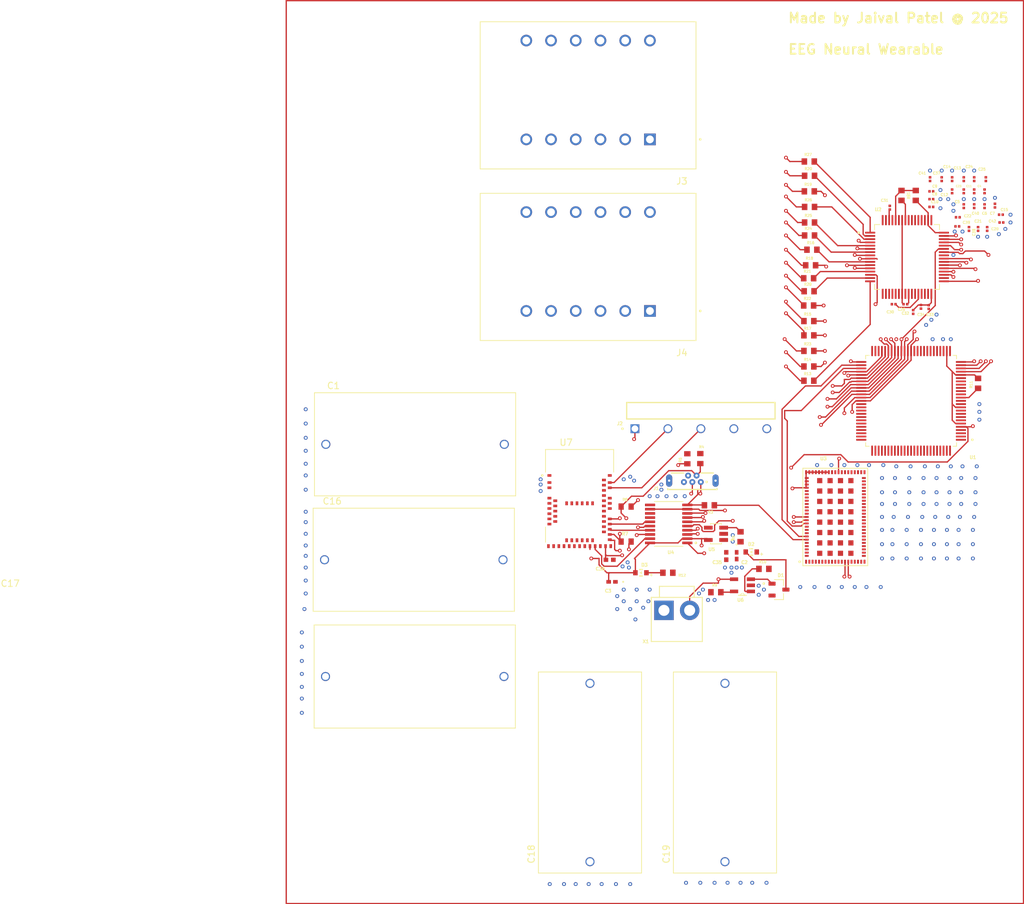
<source format=kicad_pcb>
(kicad_pcb (version 20240108) (generator "pcbnew") (generator_version "8.0")
  (layers (0 "F.Cu" signal) (1 "In1.Cu" signal) (2 "In2.Cu" signal) (3 "In3.Cu" signal) (4 "In4.Cu" signal) (31 "B.Cu" signal) (34 "B.Paste" user) (35 "F.Paste" user) (36 "B.SilkS" user "B.Silkscreen") (37 "F.SilkS" user "F.Silkscreen") (38 "B.Mask" user) (39 "F.Mask" user) (44 "Edge.Cuts" user))
  (net 0 "")
  (net 1 "POWERRAIL_OUT")
  (net 2 "GND")
  (net 3 "VBAT_OUT")
  (net 4 "VREFF")
  (net 5 "Net-(U2-VREFN)")
  (net 6 "Net-(U2-VCAP3)")
  (net 7 "Net-(U2-VCAP1)")
  (net 8 "Net-(U2-BIASIN)")
  (net 9 "VBATT_IN")
  (net 10 "Net-(U6-VBAT)")
  (net 11 "Net-(D2-Pad2)")
  (net 12 "Net-(D3-Pad2)")
  (net 13 "USB_DN")
  (net 14 "USB_DP")
  (net 15 "Net-(J1-PadS1)")
  (net 17 "SWDCLK_BLUETOOTH")
  (net 19 "SWDIO_BLUETOOTH")
  (net 20 "IN3P")
  (net 21 "IN2P")
  (net 22 "IN5P")
  (net 23 "IN6P")
  (net 24 "IN1P")
  (net 25 "IN8P")
  (net 26 "IN4P")
  (net 28 "IN7P")
  (net 32 "IN5N")
  (net 33 "IN4N")
  (net 34 "IN6N")
  (net 35 "IN8N")
  (net 36 "IN1N")
  (net 37 "IN2N")
  (net 40 "IN3N")
  (net 41 "IN7N")
  (net 44 "BIASREF")
  (net 45 "Net-(U3-USB_SEL)")
  (net 46 "Net-(U1-PA11)")
  (net 47 "Net-(U5-EN)")
  (net 48 "Net-(U1-PA12)")
  (net 49 "Net-(U3-USB2_D_P)")
  (net 50 "Net-(U3-USB2_D_N)")
  (net 51 "Net-(U6-PROG)")
  (net 52 "Net-(U6-STAT)")
  (net 53 "Net-(U1-NRST)")
  (net 54 "Net-(U1-PD0)")
  (net 55 "Net-(U2-IN1P)")
  (net 56 "Net-(U2-IN2P)")
  (net 57 "Net-(U2-IN3P)")
  (net 58 "Net-(U2-IN4P)")
  (net 59 "Net-(U2-IN5P)")
  (net 60 "Net-(U2-IN6P)")
  (net 61 "Net-(U2-IN7P)")
  (net 62 "Net-(U2-IN8P)")
  (net 63 "Net-(U2-IN2N)")
  (net 64 "Net-(U2-IN3N)")
  (net 65 "Net-(U2-IN4N)")
  (net 66 "Net-(U2-IN5N)")
  (net 67 "Net-(U2-IN6N)")
  (net 68 "Net-(U2-IN7N)")
  (net 69 "Net-(U2-IN8N)")
  (net 70 "Net-(U2-IN1N)")
  (net 73 "RST_L")
  (net 77 "CLKREQ_L")
  (net 81 "BLUETOOTH_GPIO1")
  (net 83 "APSGPIO4")
  (net 86 "RESET")
  (net 90 "BLUETOOTH_GPIO4")
  (net 95 "DOUT")
  (net 96 "DIN")
  (net 97 "INTR")
  (net 101 "PWDN")
  (net 102 "SD_ALARM")
  (net 105 "CS")
  (net 106 "SCLK")
  (net 110 "APSGPIO3")
  (net 113 "CLK")
  (net 117 "APSGPIO2")
  (net 118 "BLUETOOTH_GPIO2")
  (net 119 "BLUETOOTH_GPIO3")
  (net 120 "BLUETOOTH_GPIO0")
  (net 124 "PMIC_EN")
  (net 129 "DRDY")
  (net 134 "APSGPIO1")
  (net 138 "START")
  (footprint "G313-06329-00:MODULE_G313-06329-00" (layer "F.Cu") (at 142.6 116.4)
    (property "Reference" "U3")
    (property "Value" "G313-06329-00" (hide yes))
  )
  (footprint "CRCW060310K0FKEA:RESC1508X50N" (layer "F.Cu") (at 164.6 95.8 90)
    (property "Reference" "R11")
    (property "Value" "10k")
  )
  (footprint "GRM033C81E104KE14D:CAPC0603X33N" (layer "F.Cu") (at 162.4 66.2 -90)
    (property "Reference" "C23")
    (property "Value" "0.1u")
  )
  (footprint "ECQE2106KF:CAPRR2750W80L3100T1590H2580" (layer "F.Cu") (at 77.85 105.2)
    (property "Reference" "C1")
    (property "Value" "10u")
  )
  (footprint "STM32H743VIT6:QFP50P1600X1600X160-100N" (layer "F.Cu") (at 154.28 98.5 180)
    (property "Reference" "U1")
    (property "Value" "STM32H743VIT6")
  )
  (footprint "BAT54_7_F:SOT91P240X110-3N" (layer "F.Cu") (at 133.9225 127.6)
    (property "Reference" "D1")
    (property "Value" "BAT54-7-F" (hide yes))
  )
  (footprint "TXB0108PWRG4:SOP65P640X120-20N" (layer "F.Cu") (at 116.93 117.475 180)
    (property "Reference" "U4")
    (property "Value" "TXB0108PWRG4")
  )
  (footprint "GRM033C81E104KE14D:CAPC0603X33N" (layer "F.Cu") (at 157 84.038 -90)
    (property "Reference" "C33")
    (property "Value" "0.1u")
  )
  (footprint "CRCW06031K00FKEA:RESC1508X50N" (layer "F.Cu") (at 138.8 77.6)
    (property "Reference" "R18")
    (property "Value" "1k")
  )
  (footprint "AP2112K-3.3TRG1:SOT95P285X140-5N" (layer "F.Cu") (at 124.215 119 180)
    (property "Reference" "U5")
    (property "Value" "AP2112K-3.3TRG1")
  )
  (footprint "MDBT50Q-1MV2:XCVR_MDBT50Q-1MV2" (layer "F.Cu") (at 103.2 113.75)
    (property "Reference" "U7")
    (property "Value" "MDBT50Q-1MV2" (hide yes))
  )
  (footprint "CRCW06031K00FKEA:RESC1508X50N" (layer "F.Cu") (at 139 75.2)
    (property "Reference" "R16")
    (property "Value" "1k")
  )
  (footprint "GRM155R60J475ME87D:CAP_GRM15-5_MUR" (layer "F.Cu") (at 107.8285 123)
    (property "Reference" "C36")
    (property "Value" "4.7u")
  )
  (footprint "CRCW06031K00FKEA:RESC1508X50N" (layer "F.Cu") (at 138.53 86.2)
    (property "Reference" "R15")
    (property "Value" "1k")
  )
  (footprint "ECQE2106KF:CAPRR2750W80L3100T1590H2580" (layer "F.Cu") (at 77.65 123)
    (property "Reference" "C16")
    (property "Value" "10u" (hide yes))
  )
  (footprint "CRCW06031K00FKEA:RESC1508X50N" (layer "F.Cu") (at 131.6 124.4)
    (property "Reference" "R10")
    (property "Value" "1k")
  )
  (footprint "MCT06030C2202FP500:RESC1508X55N" (layer "F.Cu") (at 110.371 120.2)
    (property "Reference" "R7")
    (property "Value" "22R")
  )
  (footprint "GRM033C81E104KE14D:CAPC0603X33N" (layer "F.Cu") (at 162.4 68.481 90)
    (property "Reference" "C5")
    (property "Value" "0.1u" (hide yes))
  )
  (footprint "MCT06030C2202FP500:RESC1508X55N" (layer "F.Cu") (at 110.371 114.8)
    (property "Reference" "R8")
    (property "Value" "22R")
  )
  (footprint "CRCW06031K00FKEA:RESC1508X50N" (layer "F.Cu") (at 116.8 125 180)
    (property "Reference" "R12")
    (property "Value" "1k")
  )
  (footprint "CRCW060310K0FKEA:RESC1508X50N" (layer "F.Cu") (at 124.2 128)
    (property "Reference" "R9")
    (property "Value" "10k")
  )
  (footprint "1842801:PHOENIX_1842801" (layer "F.Cu") (at 121.1375 40.05 180)
    (property "Reference" "J3")
    (property "Value" "1842801")
  )
  (footprint "GRM033C81E104KE14D:CAPC0603X33N" (layer "F.Cu") (at 168.2 71)
    (property "Reference" "C42")
    (property "Value" "0.1u")
  )
  (footprint "614105150621:614105150621" (layer "F.Cu") (at 120.575 110.895 180)
    (property "Reference" "J1")
    (property "Value" "614105150621")
    (fp_line (start 3.75 -0.405) (end 3.75 0.595) (stroke (width 0.01)) (layer "Edge.Cuts"))
    (fp_line (start 3.4 0.595) (end 3.4 -0.405) (stroke (width 0.01)) (layer "Edge.Cuts"))
    (fp_line (start -3.4 -0.405) (end -3.4 0.595) (stroke (width 0.01)) (layer "Edge.Cuts"))
    (fp_line (start -3.75 0.595) (end -3.75 -0.405) (stroke (width 0.01)) (layer "Edge.Cuts"))
    (fp_arc (start 3.75 0.595) (mid 3.575 0.77) (end 3.4 0.595) (stroke (width 0.01)) (layer "Edge.Cuts"))
    (fp_arc (start 3.4 -0.405) (mid 3.575 -0.58) (end 3.75 -0.405) (stroke (width 0.01)) (layer "Edge.Cuts"))
    (fp_arc (start -3.4 0.595) (mid -3.575 0.77) (end -3.75 0.595) (stroke (width 0.01)) (layer "Edge.Cuts"))
    (fp_arc (start -3.75 -0.405) (mid -3.575 -0.58) (end -3.4 -0.405) (stroke (width 0.01)) (layer "Edge.Cuts"))
  )
  (footprint "GRM033C81E104KE14D:CAPC0603X33N" (layer "F.Cu") (at 164 66.2 -90)
    (property "Reference" "C11")
    (property "Value" "0.1u")
  )
  (footprint "GRM033C81E104KE14D:CAPC0603X33N" (layer "F.Cu") (at 160.6 64.319 90)
    (property "Reference" "C14")
    (property "Value" "0.1u" (hide yes))
  )
  (footprint "GRM033C81E104KE14D:CAPC0603X33N" (layer "F.Cu") (at 154.6 84.8 -90)
    (property "Reference" "C32")
    (property "Value" "0.1u")
  )
  (footprint "CRCW06031K00FKEA:RESC1508X50N" (layer "F.Cu") (at 138.565 81.6)
    (property "Reference" "R28")
    (property "Value" "1k")
  )
  (footprint "CRCW060310K0FKEA:RESC1508X50N" (layer "F.Cu") (at 155 66.835 90)
    (property "Reference" "R2")
    (property "Value" "10k")
  )
  (footprint "CRCW06031K00FKEA:RESC1508X50N" (layer "F.Cu") (at 138.635 71)
    (property "Reference" "R25")
    (property "Value" "1k")
  )
  (footprint "CRCW060310K0FKEA:RESC1508X50N" (layer "F.Cu") (at 128 119.45 90)
    (property "Reference" "R5")
    (property "Value" "10k")
  )
  (footprint "WL-SMCW_0603_DOME:WL-SMCW_0603_DOME" (layer "F.Cu") (at 129.65 121.8)
    (property "Reference" "D2")
    (property "Value" "WL-SMCW_0603_DOME" (hide yes))
  )
  (footprint "GRM033C81E104KE14D:CAPC0603X33N" (layer "F.Cu") (at 167.2 68.4 90)
    (property "Reference" "C7")
    (property "Value" "0.1u" (hide yes))
  )
  (footprint "GRM033C81E104KE14D:CAPC0603X33N" (layer "F.Cu") (at 165.6 66.2 -90)
    (property "Reference" "C4")
    (property "Value" "0.1u")
  )
  (footprint "GRM033C81E104KE14D:CAPC0603X33N" (layer "F.Cu") (at 160.6 66.2 -90)
    (property "Reference" "C12")
    (property "Value" "0.1u")
  )
  (footprint "CRCW060310K0FKEA:RESC1508X50N" (layer "F.Cu") (at 123.2 114.6 180)
    (property "Reference" "R3")
    (property "Value" "10k")
  )
  (footprint "GRM033C81E104KE14D:CAPC0603X33N" (layer "F.Cu") (at 164.6 72 -90)
    (property "Reference" "C21")
    (property "Value" "0.1u")
  )
  (footprint "GRM033C81E104KE14D:CAPC0603X33N" (layer "F.Cu") (at 157.2 64.319 90)
    (property "Reference" "C41")
    (property "Value" "0.1u" (hide yes))
  )
  (footprint "CRCW06031K00FKEA:RESC1508X50N" (layer "F.Cu") (at 138.6 66.2)
    (property "Reference" "R19")
    (property "Value" "1k")
  )
  (footprint "GRM033C81E104KE14D:CAPC0603X33N" (layer "F.Cu") (at 165.6 68.481 90)
    (property "Reference" "C6")
    (property "Value" "0.1u" (hide yes))
  )
  (footprint "GRM033C81E104KE14D:CAPC0603X33N" (layer "F.Cu") (at 157.4 67.4)
    (property "Reference" "C8")
    (property "Value" "0.1u")
  )
  (footprint "ECQE2106KF:CAPRR2750W80L3100T1590H2580" (layer "F.Cu") (at 104.8 155.8 90)
    (property "Reference" "C18")
    (property "Value" "10u" (hide yes))
  )
  (footprint "GRM033C81E104KE14D:CAPC0603X33N" (layer "F.Cu") (at 161.4 71.6 180)
    (property "Reference" "C39")
    (property "Value" "0.1u")
  )
  (footprint "CRCW06031K00FKEA:RESC1508X50N" (layer "F.Cu") (at 138.495 79.6)
    (property "Reference" "R21")
    (property "Value" "1k")
  )
  (footprint "1842801:PHOENIX_1842801" (layer "F.Cu") (at 121.14 66.5 180)
    (property "Reference" "J4")
    (property "Value" "1842801" (hide yes))
  )
  (footprint "CRCW060310K0FKEA:RESC1508X50N" (layer "F.Cu") (at 152.8 66.835 -90)
    (property "Reference" "R1")
    (property "Value" "10k" (hide yes))
  )
  (footprint "GRM033C81E104KE14D:CAPC0603X33N" (layer "F.Cu") (at 162.4 64.319 90)
    (property "Reference" "C13")
    (property "Value" "0.1u" (hide yes))
  )
  (footprint "CRCW06031K00FKEA:RESC1508X50N" (layer "F.Cu") (at 138.6 61.6)
    (property "Reference" "R27")
    (property "Value" "1k")
  )
  (footprint "MCP73831T-2ACI_OT:SOT95P280X145-5N" (layer "F.Cu") (at 128.2954 126.9398 180)
    (property "Reference" "U6")
    (property "Value" "MCP73831T-2ACI_OT" (hide yes))
  )
  (footprint "GRM155R70J105KA12D:CAP_GRM155R_MUR" (layer "F.Cu") (at 127.4 122.3707 -90)
    (property "Reference" "C2")
    (property "Value" "1u")
  )
  (footprint "GRM033C81E104KE14D:CAPC0603X33N" (layer "F.Cu") (at 164 64.319 90)
    (property "Reference" "C24")
    (property "Value" "0.1u" (hide yes))
  )
  (footprint "ADS1299IPAGR:QFP50P1200X1200X120-64N" (layer "F.Cu") (at 153.6525 76.32)
    (property "Reference" "U2")
    (property "Value" "ADS1299IPAGR")
  )
  (footprint "GRM033C81E104KE14D:CAPC0603X33N" (layer "F.Cu") (at 159 64.319 90)
    (property "Reference" "C37")
    (property "Value" "0.1u" (hide yes))
  )
  (footprint "GRM033C81E104KE14D:CAPC0603X33N" (layer "F.Cu") (at 151.6 83.6 180)
    (property "Reference" "C30")
    (property "Value" "0.1u")
  )
  (footprint "CRCW06031K00FKEA:RESC1508X50N" (layer "F.Cu") (at 138.635 63.8)
    (property "Reference" "R20")
    (property "Value" "1k")
  )
  (footprint "GRM033C81E104KE14D:CAPC0603X33N" (layer "F.Cu") (at 157.4 66.2)
    (property "Reference" "C9")
    (property "Value" "0.1u" (hide yes))
  )
  (footprint "GRM033C81E104KE14D:CAPC0603X33N" (layer "F.Cu") (at 155.8 84 -90)
    (property "Reference" "C34")
    (property "Value" "0.1u")
  )
  (footprint "CRCW06031K00FKEA:RESC1508X50N" (layer "F.Cu") (at 138.53 90.8)
    (property "Reference" "R23")
    (property "Value" "1k")
  )
  (footprint "CRCW06031K00FKEA:RESC1508X50N" (layer "F.Cu") (at 138.53 88.4)
    (property "Reference" "R17")
    (property "Value" "1k")
  )
  (footprint "GRM033C81E104KE14D:CAPC0603X33N" (layer "F.Cu") (at 151 68.719 90)
    (property "Reference" "C31")
    (property "Value" "0.1u" (hide yes))
  )
  (footprint "GRM033C81E104KE14D:CAPC0603X33N" (layer "F.Cu") (at 166 72 -90)
    (property "Reference" "C20")
    (property "Value" "0.1u")
  )
  (footprint "GRM155R70J105KA12D:CAP_GRM155R_MUR" (layer "F.Cu") (at 108.2 126.4 180)
    (property "Reference" "C3")
    (property "Value" "1u")
  )
  (footprint "CRCW06031K00FKEA:RESC1508X50N" (layer "F.Cu") (at 138.53 93.2)
    (property "Reference" "R14")
    (property "Value" "1k")
  )
  (footprint "CRCW06031K00FKEA:RESC1508X50N" (layer "F.Cu") (at 138.53 95.4)
    (property "Reference" "R13")
    (property "Value" "1k")
  )
  (footprint "GRM155R60J475ME87D:CAP_GRM15-5_MUR" (layer "F.Cu") (at 125.8 122.4215 -90)
    (property "Reference" "C35")
    (property "Value" "4.7u")
  )
  (footprint "GRM033C81E104KE14D:CAPC0603X33N" (layer "F.Cu") (at 165.8 64.319 90)
    (property "Reference" "C25")
    (property "Value" "0.1u" (hide yes))
  )
  (footprint "CRCW06031K00FKEA:RESC1508X50N" (layer "F.Cu") (at 138.635 73)
    (property "Reference" "R24")
    (property "Value" "1k")
  )
  (footprint "GRM033C81E104KE14D:CAPC0603X33N" (layer "F.Cu") (at 153.4 83.6)
    (property "Reference" "C26")
    (property "Value" "0.1u")
  )
  (footprint "MCT06030C2202FP500:RESC1508X55N" (layer "F.Cu") (at 121.8 107.4 90)
    (property "Reference" "R4")
    (property "Value" "22R")
  )
  (footprint "WL-SMCW_0603_DOME:WL-SMCW_0603_DOME" (layer "F.Cu") (at 112.65 125)
    (property "Reference" "D3")
    (property "Value" "WL-SMCW_0603_DOME")
  )
  (footprint "CRCW06031K00FKEA:RESC1508X50N" (layer "F.Cu") (at 138.635 68.6)
    (property "Reference" "R26")
    (property "Value" "1k")
  )
  (footprint "GRM033C81E104KE14D:CAPC0603X33N" (layer "F.Cu") (at 157.4 68.6)
    (property "Reference" "C10")
    (property "Value" "0.1u" (hide yes))
  )
  (footprint "GRM033C81E104KE14D:CAPC0603X33N" (layer "F.Cu") (at 163.2 72 -90)
    (property "Reference" "C38")
    (property "Value" "0.1u")
  )
  (footprint "TSW-205-08-L-S-RA:SAMTEC_TSW-205-08-L-S-RA" (layer "F.Cu") (at 111.7275 102.7975 180)
    (property "Reference" "J2")
    (property "Value" "TSW-205-08-L-S-RA" (hide yes))
  )
  (footprint "GRM033C81E104KE14D:CAPC0603X33N" (layer "F.Cu") (at 168.119 69.8)
    (property "Reference" "C15")
    (property "Value" "0.1u")
  )
  (footprint "GRM033C81E104KE14D:CAPC0603X33N" (layer "F.Cu") (at 161.481 70.2 180)
    (property "Reference" "C22")
    (property "Value" "0.1u")
  )
  (footprint "CRCW06031K00FKEA:RESC1508X50N" (layer "F.Cu") (at 138.495 83.8)
    (property "Reference" "R22")
    (property "Value" "1k")
  )
  (footprint "B2P-VH:B2P-VH" (layer "F.Cu") (at 118.18 130.8)
    (property "Reference" "X1")
    (property "Value" "B2P-VH" (hide yes))
  )
  (footprint "ECQE2106KF:CAPRR2750W80L3100T1590H2580" (layer "F.Cu") (at 125.6 155.8 90)
    (property "Reference" "C19")
    (property "Value" "10u" (hide yes))
  )
  (footprint "MCT06030C2202FP500:RESC1508X55N" (layer "F.Cu") (at 119.8 107.429 90)
    (property "Reference" "R6")
    (property "Value" "22R")
  )
  (footprint "GRM033C81E104KE14D:CAPC0603X33N" (layer "F.Cu") (at 164 68.481 90)
    (property "Reference" "C40")
    (property "Value" "0.1u" (hide yes))
  )
  (footprint "ECQE2106KF:CAPRR2750W80L3100T1590H2580" (layer "F.Cu") (at 77.8 141)
    (property "Reference" "C17")
    (property "Value" "10u")
  )
  (gr_rect (start 58 36.8) (end 171.6 176) (stroke (width 0.2)) (fill none) (layer "F.Cu"))
  (gr_text "Made by Jaival Patel @ 2025\n\nEEG Neural Wearable\n\n" (at 135.2 47.6 0) (layer "F.SilkS") (effects (font (size 1.5 1.5) (thickness 0.3) (bold yes)) (justify left bottom)))
  (segment (start 141.6 109.5) (end 138.1 109.5) (width 0.2) (layer "F.Cu") (net 1))
  (segment (start 106.2 123.794486) (end 107.405514 125) (width 0.2) (layer "F.Cu") (net 1))
  (segment (start 106.2 122.8) (end 106.2 123.794486) (width 0.2) (layer "F.Cu") (net 1))
  (segment (start 118.365001 120.4) (end 119.015001 119.75) (width 0.2) (layer "F.Cu") (net 1))
  (segment (start 156.9025 71.464732) (end 156.9025 70.64) (width 0.2) (layer "F.Cu") (net 1))
  (segment (start 105 122.8) (end 106.2 122.8) (width 0.2) (layer "F.Cu") (net 1))
  (segment (start 119.015001 119.75) (end 119.8 119.75) (width 0.2) (layer "F.Cu") (net 1))
  (segment (start 156.9025 69.5025) (end 156.9025 70.64) (width 0.2) (layer "F.Cu") (net 1))
  (segment (start 161.135268 94.5) (end 160.617634 93.982366) (width 0.2) (layer "F.Cu") (net 1))
  (segment (start 122 120.8) (end 122 119.75) (width 0.2) (layer "F.Cu") (net 1))
  (segment (start 138.2 111.9) (end 136.1 111.9) (width 0.2) (layer "F.Cu") (net 1))
  (segment (start 159.3325 72.57) (end 158.007768 72.57) (width 0.2) (layer "F.Cu") (net 1))
  (segment (start 138.1 111.8) (end 138.2 111.9) (width 0.2) (layer "F.Cu") (net 1))
  (segment (start 160.617634 93.982366) (end 159.78 93.144732) (width 0.2) (layer "F.Cu") (net 1))
  (segment (start 107.6793 126.4) (end 107.6793 125.1207) (width 0.2) (layer "F.Cu") (net 1))
  (segment (start 159.78 93.144732) (end 159.78 90.82) (width 0.2) (layer "F.Cu") (net 1))
  (segment (start 164.6 95.035) (end 164.065 94.5) (width 0.2) (layer "F.Cu") (net 1))
  (segment (start 122.83 119.75) (end 122 119.75) (width 0.2) (layer "F.Cu") (net 1))
  (segment (start 114.06 120.4) (end 111.66 122.8) (width 0.2) (layer "F.Cu") (net 1))
  (segment (start 107.8 125) (end 111.8 125) (width 0.2) (layer "F.Cu") (net 1))
  (segment (start 111.66 122.8) (end 111.8 122.94) (width 0.2) (layer "F.Cu") (net 1))
  (segment (start 107.6793 125.1207) (end 107.8 125) (width 0.2) (layer "F.Cu") (net 1))
  (segment (start 161.96 102) (end 161.135268 102) (width 0.2) (layer "F.Cu") (net 1))
  (segment (start 164.065 94.5) (end 161.96 94.5) (width 0.2) (layer "F.Cu") (net 1))
  (segment (start 104.8 121.4) (end 104.8 120.9) (width 0.2) (layer "F.Cu") (net 1))
  (segment (start 107.405514 125) (end 107.8 125) (width 0.2) (layer "F.Cu") (net 1))
  (segment (start 161.96 99.5) (end 161.135268 99.5) (width 0.2) (layer "F.Cu") (net 1))
  (segment (start 160.617634 101.482366) (end 160.617634 98.982366) (width 0.2) (layer "F.Cu") (net 1))
  (segment (start 136.1 111.9) (end 136 112) (width 0.2) (layer "F.Cu") (net 1))
  (segment (start 111.8 125) (end 111.8 122.94) (width 0.2) (layer "F.Cu") (net 1))
  (segment (start 138.1 109.5) (end 138.1 111.8) (width 0.2) (layer "F.Cu") (net 1))
  (segment (start 161.135268 102) (end 160.617634 101.482366) (width 0.2) (layer "F.Cu") (net 1))
  (segment (start 122 119.75) (end 119.8 119.75) (width 0.2) (layer "F.Cu") (net 1))
  (segment (start 123.03 119.95) (end 122.83 119.75) (width 0.2) (layer "F.Cu") (net 1))
  (segment (start 160.617634 98.982366) (end 160.617634 93.982366) (width 0.2) (layer "F.Cu") (net 1))
  (segment (start 111.7275 104.2725) (end 111.6 104.4) (width 0.2) (layer "F.Cu") (net 1))
  (segment (start 155 67.6) (end 156.9025 69.5025) (width 0.2) (layer "F.Cu") (net 1))
  (segment (start 114.06 120.4) (end 118.365001 120.4) (width 0.2) (layer "F.Cu") (net 1))
  (segment (start 111.7275 102.7975) (end 111.7275 104.2725) (width 0.2) (layer "F.Cu") (net 1))
  (segment (start 161.96 94.5) (end 161.135268 94.5) (width 0.2) (layer "F.Cu") (net 1))
  (segment (start 158.007768 72.57) (end 156.9025 71.464732) (width 0.2) (layer "F.Cu") (net 1))
  (segment (start 161.135268 99.5) (end 160.617634 98.982366) (width 0.2) (layer "F.Cu") (net 1))
  (via blind (at 122 120.8) (size 0.6) (drill 0.3) (layers "F.Cu" "In2.Cu") (net 1))
  (via blind (at 136 112) (size 0.6) (drill 0.3) (layers "F.Cu" "In2.Cu") (net 1))
  (via blind (at 105 122.8) (size 0.6) (drill 0.3) (layers "F.Cu" "In1.Cu") (net 1))
  (via blind (at 111.6 104.4) (size 0.6) (drill 0.3) (layers "F.Cu" "In1.Cu") (net 1))
  (via (at 61 122.4) (size 0.6) (drill 0.3) (layers "F.Cu" "B.Cu") (net 2))
  (via (at 149.8 114.4) (size 0.6) (drill 0.3) (layers "F.Cu" "B.Cu") (net 2))
  (via (at 104.6 173) (size 0.6) (drill 0.3) (layers "F.Cu" "B.Cu") (net 2))
  (via (at 111 110.2) (size 0.6) (drill 0.3) (layers "F.Cu" "B.Cu") (net 2))
  (via (at 154.2 108.6) (size 0.6) (drill 0.3) (layers "F.Cu" "B.Cu") (net 2))
  (via (at 169.6 69.8) (size 0.6) (drill 0.3) (layers "F.Cu" "B.Cu") (net 2))
  (via (at 109 128.6) (size 0.6) (drill 0.3) (layers "F.Cu" "B.Cu") (net 2))
  (via (at 149.8 120.6) (size 0.6) (drill 0.3) (layers "F.Cu" "B.Cu") (net 2))
  (via (at 123 129.2) (size 0.6) (drill 0.3) (layers "F.Cu" "B.Cu") (net 2))
  (via (at 149.8 112.6) (size 0.6) (drill 0.3) (layers "F.Cu" "B.Cu") (net 2))
  (via (at 164 116.4) (size 0.6) (drill 0.3) (layers "F.Cu" "B.Cu") (net 2))
  (via (at 160.2 114.4) (size 0.6) (drill 0.3) (layers "F.Cu" "B.Cu") (net 2))
  (via (at 111.8 132.2) (size 0.6) (drill 0.3) (layers "F.Cu" "B.Cu") (net 2))
  (via (at 164.2 110.4) (size 0.6) (drill 0.3) (layers "F.Cu" "B.Cu") (net 2))
  (via (at 158.2 114.4) (size 0.6) (drill 0.3) (layers "F.Cu" "B.Cu") (net 2))
  (via (at 163.8 120.6) (size 0.6) (drill 0.3) (layers "F.Cu" "B.Cu") (net 2))
  (via (at 161 72.4) (size 0.6) (drill 0.3) (layers "F.Cu" "B.Cu") (net 2))
  (via (at 162.2 72.4) (size 0.6) (drill 0.3) (layers "F.Cu" "B.Cu") (net 2))
  (via (at 153.6 118.4) (size 0.6) (drill 0.3) (layers "F.Cu" "B.Cu") (net 2))
  (via (at 160.8 68.2) (size 0.6) (drill 0.3) (layers "F.Cu" "B.Cu") (net 2))
  (via (at 61 120.8) (size 0.6) (drill 0.3) (layers "F.Cu" "B.Cu") (net 2))
  (via (at 162.4 67.4) (size 0.6) (drill 0.3) (layers "F.Cu" "B.Cu") (net 2))
  (via (at 108.8 173) (size 0.6) (drill 0.3) (layers "F.Cu" "B.Cu") (net 2))
  (via (at 161.6 122.8) (size 0.6) (drill 0.3) (layers "F.Cu" "B.Cu") (net 2))
  (via (at 166 73.2) (size 0.6) (drill 0.3) (layers "F.Cu" "B.Cu") (net 2))
  (via (at 60.4 144.4) (size 0.6) (drill 0.3) (layers "F.Cu" "B.Cu") (net 2))
  (via (at 119.4 113.2) (size 0.6) (drill 0.3) (layers "F.Cu" "B.Cu") (net 2))
  (via (at 114 127.6) (size 0.6) (drill 0.3) (layers "F.Cu" "B.Cu") (net 2))
  (via (at 160.4 108.6) (size 0.6) (drill 0.3) (layers "F.Cu" "B.Cu") (net 2))
  (via (at 128.2 124.2) (size 0.6) (drill 0.3) (layers "F.Cu" "B.Cu") (net 2))
  (via (at 127.4 124.2) (size 0.6) (drill 0.3) (layers "F.Cu" "B.Cu") (net 2))
  (via (at 60.4 142.6) (size 0.6) (drill 0.3) (layers "F.Cu" "B.Cu") (net 2))
  (via (at 111.6 110.8) (size 0.6) (drill 0.3) (layers "F.Cu" "B.Cu") (net 2))
  (via (at 161.6 118.4) (size 0.6) (drill 0.3) (layers "F.Cu" "B.Cu") (net 2))
  (via (at 158 116.4) (size 0.6) (drill 0.3) (layers "F.Cu" "B.Cu") (net 2))
  (via (at 159.8 122.8) (size 0.6) (drill 0.3) (layers "F.Cu" "B.Cu") (net 2))
  (via (at 61 106.2) (size 0.6) (drill 0.3) (layers "F.Cu" "B.Cu") (net 2))
  (via (at 109.824265 124.024265) (size 0.6) (drill 0.3) (layers "F.Cu" "B.Cu") (net 2))
  (via (at 126.6 125) (size 0.6) (drill 0.3) (layers "F.Cu" "B.Cu") (net 2))
  (via (at 126.6 124.2) (size 0.6) (drill 0.3) (layers "F.Cu" "B.Cu") (net 2))
  (via (at 162.4 63) (size 0.6) (drill 0.3) (layers "F.Cu" "B.Cu") (net 2))
  (via (at 132 172.8) (size 0.6) (drill 0.3) (layers "F.Cu" "B.Cu") (net 2))
  (via (at 61 112.2) (size 0.6) (drill 0.3) (layers "F.Cu" "B.Cu") (net 2))
  (via (at 110.6 123.4) (size 0.6) (drill 0.3) (layers "F.Cu" "B.Cu") (net 2))
  (via (at 139.8 108.4) (size 0.6) (drill 0.3) (layers "F.Cu" "B.Cu") (net 2))
  (via (at 155.8 122.8) (size 0.6) (drill 0.3) (layers "F.Cu" "B.Cu") (net 2))
  (via (at 149.8 110.4) (size 0.6) (drill 0.3) (layers "F.Cu" "B.Cu") (net 2))
  (via (at 61 110) (size 0.6) (drill 0.3) (layers "F.Cu" "B.Cu") (net 2))
  (via (at 157.8 122.8) (size 0.6) (drill 0.3) (layers "F.Cu" "B.Cu") (net 2))
  (via (at 167.2 67.2) (size 0.6) (drill 0.3) (layers "F.Cu" "B.Cu") (net 2))
  (via (at 161.8 116.4) (size 0.6) (drill 0.3) (layers "F.Cu" "B.Cu") (net 2))
  (via (at 151.8 112.6) (size 0.6) (drill 0.3) (layers "F.Cu" "B.Cu") (net 2))
  (via (at 97.2 112.4) (size 0.6) (drill 0.3) (layers "F.Cu" "B.Cu") (net 2))
  (via (at 137.2 127.2) (size 0.6) (drill 0.3) (layers "F.Cu" "B.Cu") (net 2))
  (via (at 112 129.4) (size 0.6) (drill 0.3) (layers "F.Cu" "B.Cu") (net 2))
  (via (at 61 126.2) (size 0.6) (drill 0.3) (layers "F.Cu" "B.Cu") (net 2))
  (via (at 60.4 140.6) (size 0.6) (drill 0.3) (layers "F.Cu" "B.Cu") (net 2))
  (via (at 151.8 114.4) (size 0.6) (drill 0.3) (layers "F.Cu" "B.Cu") (net 2))
  (via (at 114 113.2) (size 0.6) (drill 0.3) (layers "F.Cu" "B.Cu") (net 2))
  (via (at 158.2 85.2) (size 0.6) (drill 0.3) (layers "F.Cu" "B.Cu") (net 2))
  (via (at 147.8 108.4) (size 0.6) (drill 0.3) (layers "F.Cu" "B.Cu") (net 2))
  (via (at 115.2 113.2) (size 0.6) (drill 0.3) (layers "F.Cu" "B.Cu") (net 2))
  (via (at 149.8 118.4) (size 0.6) (drill 0.3) (layers "F.Cu" "B.Cu") (net 2))
  (via (at 160 67.4) (size 0.6) (drill 0.3) (layers "F.Cu" "B.Cu") (net 2))
  (via (at 160.6 63) (size 0.6) (drill 0.3) (layers "F.Cu" "B.Cu") (net 2))
  (via (at 167.8 72.8) (size 0.6) (drill 0.3) (layers "F.Cu" "B.Cu") (net 2))
  (via (at 152 108.6) (size 0.6) (drill 0.3) (layers "F.Cu" "B.Cu") (net 2))
  (via (at 164.8 101.4) (size 0.6) (drill 0.3) (layers "F.Cu" "B.Cu") (net 2))
  (via (at 160.8 69.2) (size 0.6) (drill 0.3) (layers "F.Cu" "B.Cu") (net 2))
  (via (at 160.2 112.6) (size 0.6) (drill 0.3) (layers "F.Cu" "B.Cu") (net 2))
  (via (at 130.8 127) (size 0.6) (drill 0.3) (layers "F.Cu" "B.Cu") (net 2))
  (via (at 119.6 172.8) (size 0.6) (drill 0.3) (layers "F.Cu" "B.Cu") (net 2))
  (via (at 161.6 120.6) (size 0.6) (drill 0.3) (layers "F.Cu" "B.Cu") (net 2))
  (via (at 156.4 108.6) (size 0.6) (drill 0.3) (layers "F.Cu" "B.Cu") (net 2))
  (via (at 110 127.6) (size 0.6) (drill 0.3) (layers "F.Cu" "B.Cu") (net 2))
  (via (at 139.4 127.2) (size 0.6) (drill 0.3) (layers "F.Cu" "B.Cu") (net 2))
  (via (at 147.4 127.2) (size 0.6) (drill 0.3) (layers "F.Cu" "B.Cu") (net 2))
  (via (at 164.6 73.2) (size 0.6) (drill 0.3) (layers "F.Cu" "B.Cu") (net 2))
  (via (at 146 108.4) (size 0.6) (drill 0.3) (layers "F.Cu" "B.Cu") (net 2))
  (via (at 162 112.6) (size 0.6) (drill 0.3) (layers "F.Cu" "B.Cu") (net 2))
  (via (at 164.8 99) (size 0.6) (drill 0.3) (layers "F.Cu" "B.Cu") (net 2))
  (via (at 156.2 110.4) (size 0.6) (drill 0.3) (layers "F.Cu" "B.Cu") (net 2))
  (via (at 131.6 127.6) (size 0.6) (drill 0.3) (layers "F.Cu" "B.Cu") (net 2))
  (via (at 100.8 173) (size 0.6) (drill 0.3) (layers "F.Cu" "B.Cu") (net 2))
  (via (at 157.8 120.6) (size 0.6) (drill 0.3) (layers "F.Cu" "B.Cu") (net 2))
  (via (at 142 108.4) (size 0.6) (drill 0.3) (layers "F.Cu" "B.Cu") (net 2))
  (via (at 61 128.2) (size 0.6) (drill 0.3) (layers "F.Cu" "B.Cu") (net 2))
  (via (at 115.8 112.2) (size 0.6) (drill 0.3) (layers "F.Cu" "B.Cu") (net 2))
  (via (at 149.8 116.4) (size 0.6) (drill 0.3) (layers "F.Cu" "B.Cu") (net 2))
  (via (at 98.6 173) (size 0.6) (drill 0.3) (layers "F.Cu" "B.Cu") (net 2))
  (via (at 157.6 89) (size 0.6) (drill 0.3) (layers "F.Cu" "B.Cu") (net 2))
  (via (at 153.6 122.8) (size 0.6) (drill 0.3) (layers "F.Cu" "B.Cu") (net 2))
  (via (at 118 113.2) (size 0.6) (drill 0.3) (layers "F.Cu" "B.Cu") (net 2))
  (via (at 149.6 127.2) (size 0.6) (drill 0.3) (layers "F.Cu" "B.Cu") (net 2))
  (via (at 109 130.6) (size 0.6) (drill 0.3) (layers "F.Cu" "B.Cu") (net 2))
  (via (at 162 114.4) (size 0.6) (drill 0.3) (layers "F.Cu" "B.Cu") (net 2))
  (via (at 115.8 111.4) (size 0.6) (drill 0.3) (layers "F.Cu" "B.Cu") (net 2))
  (via (at 150 108.4) (size 0.6) (drill 0.3) (layers "F.Cu" "B.Cu") (net 2))
  (via (at 151.4 118.4) (size 0.6) (drill 0.3) (layers "F.Cu" "B.Cu") (net 2))
  (via (at 160.8 76) (size 0.6) (drill 0.3) (layers "F.Cu" "B.Cu") (net 2))
  (via (at 143.6 127.2) (size 0.6) (drill 0.3) (layers "F.Cu" "B.Cu") (net 2))
  (via (at 126 172.8) (size 0.6) (drill 0.3) (layers "F.Cu" "B.Cu") (net 2))
  (via (at 154 110.4) (size 0.6) (drill 0.3) (layers "F.Cu" "B.Cu") (net 2))
  (via (at 159 63) (size 0.6) (drill 0.3) (layers "F.Cu" "B.Cu") (net 2))
  (via (at 145.6 127.2) (size 0.6) (drill 0.3) (layers "F.Cu" "B.Cu") (net 2))
  (via (at 61 104.2) (size 0.6) (drill 0.3) (layers "F.Cu" "B.Cu") (net 2))
  (via (at 151.6 116.4) (size 0.6) (drill 0.3) (layers "F.Cu" "B.Cu") (net 2))
  (via (at 165.6 67.4) (size 0.6) (drill 0.3) (layers "F.Cu" "B.Cu") (net 2))
  (via (at 61 117.2) (size 0.6) (drill 0.3) (layers "F.Cu" "B.Cu") (net 2))
  (via (at 61 99.8) (size 0.6) (drill 0.3) (layers "F.Cu" "B.Cu") (net 2))
  (via (at 169.6 71) (size 0.6) (drill 0.3) (layers "F.Cu" "B.Cu") (net 2))
  (via (at 159.2 89) (size 0.6) (drill 0.3) (layers "F.Cu" "B.Cu") (net 2))
  (via (at 157.4 86) (size 0.6) (drill 0.3) (layers "F.Cu" "B.Cu") (net 2))
  (via (at 141.6 127.2) (size 0.6) (drill 0.3) (layers "F.Cu" "B.Cu") (net 2))
  (via (at 159.8 118.4) (size 0.6) (drill 0.3) (layers "F.Cu" "B.Cu") (net 2))
  (via (at 125.6 124.2) (size 0.6) (drill 0.3) (layers "F.Cu" "B.Cu") (net 2))
  (via (at 61 108.2) (size 0.6) (drill 0.3) (layers "F.Cu" "B.Cu") (net 2))
  (via (at 61 115.6) (size 0.6) (drill 0.3) (layers "F.Cu" "B.Cu") (net 2))
  (via (at 60.4 136.4) (size 0.6) (drill 0.3) (layers "F.Cu" "B.Cu") (net 2))
  (via (at 130.8 128.4) (size 0.6) (drill 0.3) (layers "F.Cu" "B.Cu") (net 2))
  (via (at 113.8 129.4) (size 0.6) (drill 0.3) (layers "F.Cu" "B.Cu") (net 2))
  (via (at 160.2 110.4) (size 0.6) (drill 0.3) (layers "F.Cu" "B.Cu") (net 2))
  (via (at 155.8 118.4) (size 0.6) (drill 0.3) (layers "F.Cu" "B.Cu") (net 2))
  (via (at 155.8 120.6) (size 0.6) (drill 0.3) (layers "F.Cu" "B.Cu") (net 2))
  (via (at 151.4 122.8) (size 0.6) (drill 0.3) (layers "F.Cu" "B.Cu") (net 2))
  (via (at 144 108.4) (size 0.6) (drill 0.3) (layers "F.Cu" "B.Cu") (net 2))
  (via (at 126.8 119.2) (size 0.6) (drill 0.3) (layers "F.Cu" "B.Cu") (net 2))
  (via (at 124 172.8) (size 0.6) (drill 0.3) (layers "F.Cu" "B.Cu") (net 2))
  (via (at 116.6 113.2) (size 0.6) (drill 0.3) (layers "F.Cu" "B.Cu") (net 2))
  (via (at 124 129.2) (size 0.6) (drill 0.3) (layers "F.Cu" "B.Cu") (net 2))
  (via (at 156 116.4) (size 0.6) (drill 0.3) (layers "F.Cu" "B.Cu") (net 2))
  (via (at 160.4 89) (size 0.6) (drill 0.3) (layers "F.Cu" "B.Cu") (net 2))
  (via (at 158.8 68.8) (size 0.6) (drill 0.3) (layers "F.Cu" "B.Cu") (net 2))
  (via (at 164.4 108.6) (size 0.6) (drill 0.3) (layers "F.Cu" "B.Cu") (net 2))
  (via (at 156.2 114.4) (size 0.6) (drill 0.3) (layers "F.Cu" "B.Cu") (net 2))
  (via (at 61 124.2) (size 0.6) (drill 0.3) (layers "F.Cu" "B.Cu") (net 2))
  (via (at 110 110.6) (size 0.6) (drill 0.3) (layers "F.Cu" "B.Cu") (net 2))
  (via (at 164 63) (size 0.6) (drill 0.3) (layers "F.Cu" "B.Cu") (net 2))
  (via (at 61 102) (size 0.6) (drill 0.3) (layers "F.Cu" "B.Cu") (net 2))
  (via (at 157.8 118.4) (size 0.6) (drill 0.3) (layers "F.Cu" "B.Cu") (net 2))
  (via (at 60.4 146.6) (size 0.6) (drill 0.3) (layers "F.Cu" "B.Cu") (net 2))
  (via (at 157.2 63) (size 0.6) (drill 0.3) (layers "F.Cu" "B.Cu") (net 2))
  (via (at 61 119) (size 0.6) (drill 0.3) (layers "F.Cu" "B.Cu") (net 2))
  (via (at 102.6 173) (size 0.6) (drill 0.3) (layers "F.Cu" "B.Cu") (net 2))
  (via (at 122.2 127.6) (size 0.6) (drill 0.3) (layers "F.Cu" "B.Cu") (net 2))
  (via (at 164.2 114.4) (size 0.6) (drill 0.3) (layers "F.Cu" "B.Cu") (net 2))
  (via (at 60.4 138.6) (size 0.6) (drill 0.3) (layers "F.Cu" "B.Cu") (net 2))
  (via (at 97.2 110.6) (size 0.6) (drill 0.3) (layers "F.Cu" "B.Cu") (net 2))
  (via (at 121.8 172.8) (size 0.6) (drill 0.3) (layers "F.Cu" "B.Cu") (net 2))
  (via (at 154 112.6) (size 0.6) (drill 0.3) (layers "F.Cu" "B.Cu") (net 2))
  (via (at 164 67.4) (size 0.6) (drill 0.3) (layers "F.Cu" "B.Cu") (net 2))
  (via (at 121.6 128.2) (size 0.6) (drill 0.3) (layers "F.Cu" "B.Cu") (net 2))
  (via (at 158.2 110.4) (size 0.6) (drill 0.3) (layers "F.Cu" "B.Cu") (net 2))
  (via (at 112 127.6) (size 0.6) (drill 0.3) (layers "F.Cu" "B.Cu") (net 2))
  (via (at 153.8 116.4) (size 0.6) (drill 0.3) (layers "F.Cu" "B.Cu") (net 2))
  (via (at 162.2 108.6) (size 0.6) (drill 0.3) (layers "F.Cu" "B.Cu") (net 2))
  (via (at 164.2 112.6) (size 0.6) (drill 0.3) (layers "F.Cu" "B.Cu") (net 2))
  (via (at 153.6 120.6) (size 0.6) (drill 0.3) (layers "F.Cu" "B.Cu") (net 2))
  (via (at 158.2 112.6) (size 0.6) (drill 0.3) (layers "F.Cu" "B.Cu") (net 2))
  (via (at 158.8 66) (size 0.6) (drill 0.3) (layers "F.Cu" "B.Cu") (net 2))
  (via (at 151.8 110.4) (size 0.6) (drill 0.3) (layers "F.Cu" "B.Cu") (net 2))
  (via (at 154 114.4) (size 0.6) (drill 0.3) (layers "F.Cu" "B.Cu") (net 2))
  (via (at 160 116.4) (size 0.6) (drill 0.3) (layers "F.Cu" "B.Cu") (net 2))
  (via (at 159.8 120.6) (size 0.6) (drill 0.3) (layers "F.Cu" "B.Cu") (net 2))
  (via (at 164.8 100.2) (size 0.6) (drill 0.3) (layers "F.Cu" "B.Cu") (net 2))
  (via (at 110.8 124.2) (size 0.6) (drill 0.3) (layers "F.Cu" "B.Cu") (net 2))
  (via (at 156.6 86.8) (size 0.6) (drill 0.3) (layers "F.Cu" "B.Cu") (net 2))
  (via (at 128 172.8) (size 0.6) (drill 0.3) (layers "F.Cu" "B.Cu") (net 2))
  (via (at 168.8 72) (size 0.6) (drill 0.3) (layers "F.Cu" "B.Cu") (net 2))
  (via (at 60.4 134.2) (size 0.6) (drill 0.3) (layers "F.Cu" "B.Cu") (net 2))
  (via (at 151.4 120.6) (size 0.6) (drill 0.3) (layers "F.Cu" "B.Cu") (net 2))
  (via (at 158.4 108.6) (size 0.6) (drill 0.3) (layers "F.Cu" "B.Cu") (net 2))
  (via (at 126.8 120.2) (size 0.6) (drill 0.3) (layers "F.Cu" "B.Cu") (net 2))
  (via (at 97.2 111.4) (size 0.6) (drill 0.3) (layers "F.Cu" "B.Cu") (net 2))
  (via (at 111 130.6) (size 0.6) (drill 0.3) (layers "F.Cu" "B.Cu") (net 2))
  (via (at 111 173) (size 0.6) (drill 0.3) (layers "F.Cu" "B.Cu") (net 2))
  (via (at 158.8 67.4) (size 0.6) (drill 0.3) (layers "F.Cu" "B.Cu") (net 2))
  (via (at 110 129.4) (size 0.6) (drill 0.3) (layers "F.Cu" "B.Cu") (net 2))
  (via (at 156.2 112.6) (size 0.6) (drill 0.3) (layers "F.Cu" "B.Cu") (net 2))
  (via (at 106.6 173) (size 0.6) (drill 0.3) (layers "F.Cu" "B.Cu") (net 2))
  (via (at 149.8 122.8) (size 0.6) (drill 0.3) (layers "F.Cu" "B.Cu") (net 2))
  (via (at 162 110.4) (size 0.6) (drill 0.3) (layers "F.Cu" "B.Cu") (net 2))
  (via (at 60.8 130.6) (size 0.6) (drill 0.3) (layers "F.Cu" "B.Cu") (net 2))
  (via (at 113 130.4) (size 0.6) (drill 0.3) (layers "F.Cu" "B.Cu") (net 2))
  (via (at 163.8 118.4) (size 0.6) (drill 0.3) (layers "F.Cu" "B.Cu") (net 2))
  (via (at 163.8 122.8) (size 0.6) (drill 0.3) (layers "F.Cu" "B.Cu") (net 2))
  (via (at 129.8 172.8) (size 0.6) (drill 0.3) (layers "F.Cu" "B.Cu") (net 2))
  (segment (start 134.9925 127.6) (end 134.9925 123.0075) (width 0.2) (layer "F.Cu") (net 3))
  (segment (start 134.9925 123.0075) (end 135 123) (width 0.2) (layer "F.Cu") (net 3))
  (segment (start 130 123) (end 128.8 121.8) (width 0.2) (layer "F.Cu") (net 3))
  (segment (start 135 123) (end 130 123) (width 0.2) (layer "F.Cu") (net 3))
  (segment (start 155.8 83.719) (end 156.962 83.719) (width 0.2) (layer "F.Cu") (net 4))
  (segment (start 156.962 83.719) (end 157 83.757) (width 0.2) (layer "F.Cu") (net 4))
  (segment (start 153.4025 68.2025) (end 152.8 67.6) (width 0.2) (layer "F.Cu") (net 4))
  (segment (start 154.6 84.519) (end 155.4 83.719) (width 0.2) (layer "F.Cu") (net 4))
  (segment (start 155.4 83.719) (end 155.8 83.719) (width 0.2) (layer "F.Cu") (net 4))
  (segment (start 157 83.757) (end 157.4025 83.3545) (width 0.2) (layer "F.Cu") (net 4))
  (segment (start 157.4025 83.3545) (end 157.4025 82) (width 0.2) (layer "F.Cu") (net 4))
  (segment (start 152.9025 82) (end 152.9025 83.3835) (width 0.2) (layer "F.Cu") (net 4))
  (segment (start 153.4025 70.64) (end 153.4025 68.2025) (width 0.2) (layer "F.Cu") (net 4))
  (segment (start 152.9025 82) (end 152.9025 70.64) (width 0.2) (layer "F.Cu") (net 4))
  (segment (start 152.9025 83.3835) (end 153.119 83.6) (width 0.2) (layer "F.Cu") (net 4))
  (segment (start 153.681 83.6) (end 153.9025 83.3785) (width 0.2) (layer "F.Cu") (net 5))
  (segment (start 153.9025 83.3785) (end 153.9025 82) (width 0.2) (layer "F.Cu") (net 5))
  (segment (start 154.127232 84.1) (end 155.4025 82.824732) (width 0.2) (layer "F.Cu") (net 7))
  (segment (start 152.381 84.1) (end 154.127232 84.1) (width 0.2) (layer "F.Cu") (net 7))
  (segment (start 151.881 83.6) (end 152.381 84.1) (width 0.2) (layer "F.Cu") (net 7))
  (segment (start 155.4025 82.824732) (end 155.4025 82) (width 0.2) (layer "F.Cu") (net 7))
  (segment (start 150.9025 69.0975) (end 150.9025 70.64) (width 0.2) (layer "F.Cu") (net 8))
  (segment (start 151 69) (end 150.9025 69.0975) (width 0.2) (layer "F.Cu") (net 8))
  (segment (start 120.16 130.8) (end 120.16 128.67868) (width 0.2) (layer "F.Cu") (net 9))
  (segment (start 119.8 114.55) (end 122.585 114.55) (width 0.2) (layer "F.Cu") (net 9))
  (segment (start 107.2 122.2) (end 107.2 122.943) (width 0.2) (layer "F.Cu") (net 9))
  (segment (start 124.6 126.6) (end 124.6 126) (width 0.2) (layer "F.Cu") (net 9))
  (segment (start 122.585 114.55) (end 122.635 114.6) (width 0.2) (layer "F.Cu") (net 9))
  (segment (start 127 126) (end 124.6 126) (width 0.2) (layer "F.Cu") (net 9))
  (segment (start 121.4 112.2) (end 121.875 112.2) (width 0.2) (layer "F.Cu") (net 9))
  (segment (start 107.2 120.9) (end 107.2 122.2) (width 0.2) (layer "F.Cu") (net 9))
  (segment (start 122.23868 126.6) (end 124.6 126.6) (width 0.2) (layer "F.Cu") (net 9))
  (segment (start 121.875 112.725) (end 121.8 112.8) (width 0.2) (layer "F.Cu") (net 9))
  (segment (start 107.3698 122.3698) (end 107.2 122.2) (width 0.2) (layer "F.Cu") (net 9))
  (segment (start 120.16 128.67868) (end 122.23868 126.6) (width 0.2) (layer "F.Cu") (net 9))
  (segment (start 119.8 114.55) (end 121.4 112.95) (width 0.2) (layer "F.Cu") (net 9))
  (segment (start 121.875 111.02) (end 121.875 112.2) (width 0.2) (layer "F.Cu") (net 9))
  (segment (start 107.2 122.943) (end 107.257 123) (width 0.2) (layer "F.Cu") (net 9))
  (segment (start 121.4 112.95) (end 121.4 112.2) (width 0.2) (layer "F.Cu") (net 9))
  (segment (start 109.703516 122.3698) (end 107.3698 122.3698) (width 0.2) (layer "F.Cu") (net 9))
  (segment (start 121.875 112.2) (end 121.875 112.725) (width 0.2) (layer "F.Cu") (net 9))
  (segment (start 109.757771 122.315545) (end 109.703516 122.3698) (width 0.2) (layer "F.Cu") (net 9))
  (via blind (at 109.757771 122.315545) (size 0.6) (drill 0.3) (layers "F.Cu" "In1.Cu") (net 9))
  (via blind (at 124.6 126) (size 0.6) (drill 0.3) (layers "F.Cu" "In1.Cu") (net 9))
  (via blind (at 121.8 112.8) (size 0.6) (drill 0.3) (layers "F.Cu" "In2.Cu") (net 9))
  (segment (start 129.5908 126) (end 132.1675 126) (width 0.2) (layer "F.Cu") (net 10))
  (segment (start 132.1675 126) (end 132.8525 126.685) (width 0.2) (layer "F.Cu") (net 10))
  (segment (start 113.5 125) (end 116.035 125) (width 0.2) (layer "F.Cu") (net 12))
  (segment (start 111.2 113.2) (end 109.6 114.8) (width 0.2) (layer "F.Cu") (net 13))
  (segment (start 116.934 109.266) (end 113 113.2) (width 0.2) (layer "F.Cu") (net 13))
  (segment (start 121.8 109.445) (end 121.225 110.02) (width 0.2) (layer "F.Cu") (net 13))
  (segment (start 108.6 121.4) (end 108.6 120) (width 0.2) (layer "F.Cu") (net 13))
  (segment (start 121.225 110.02) (end 120.471 109.266) (width 0.2) (layer "F.Cu") (net 13))
  (segment (start 107.95 120) (end 107.85 119.9) (width 0.2) (layer "F.Cu") (net 13))
  (segment (start 109.6 115.8) (end 110.4 116.6) (width 0.2) (layer "F.Cu") (net 13))
  (segment (start 108.6 120) (end 107.95 120) (width 0.2) (layer "F.Cu") (net 13))
  (segment (start 120.471 109.266) (end 116.934 109.266) (width 0.2) (layer "F.Cu") (net 13))
  (segment (start 113 113.2) (end 111.2 113.2) (width 0.2) (layer "F.Cu") (net 13))
  (segment (start 108.8 121.6) (end 108.6 121.4) (width 0.2) (layer "F.Cu") (net 13))
  (segment (start 121.8 108.171) (end 121.8 109.445) (width 0.2) (layer "F.Cu") (net 13))
  (segment (start 109.6 114.8) (end 109.6 115.8) (width 0.2) (layer "F.Cu") (net 13))
  (segment (start 109.4 121.6) (end 108.8 121.6) (width 0.2) (layer "F.Cu") (net 13))
  (via blind (at 110.4 116.6) (size 0.6) (drill 0.3) (layers "F.Cu" "In1.Cu") (net 13))
  (via blind (at 109.4 121.6) (size 0.6) (drill 0.3) (layers "F.Cu" "In1.Cu") (net 13))
  (segment (start 120.575 111.02) (end 120.575 112.625) (width 0.2) (layer "F.Cu") (net 14))
  (segment (start 107.85 119.1) (end 108.5 119.1) (width 0.2) (layer "F.Cu") (net 14))
  (segment (start 118.6 108.2) (end 118.4 108.4) (width 0.2) (layer "F.Cu") (net 14))
  (segment (start 120.575 112.625) (end 120.4 112.8) (width 0.2) (layer "F.Cu") (net 14))
  (segment (start 108.5 119.1) (end 109.6 120.2) (width 0.2) (layer "F.Cu") (net 14))
  (segment (start 109.4 119) (end 109.4 120) (width 0.2) (layer "F.Cu") (net 14))
  (segment (start 119.8 108.2) (end 118.6 108.2) (width 0.2) (layer "F.Cu") (net 14))
  (segment (start 109.4 120) (end 109.6 120.2) (width 0.2) (layer "F.Cu") (net 14))
  (via blind (at 109.4 119) (size 0.6) (drill 0.3) (layers "F.Cu" "In1.Cu") (net 14))
  (via blind (at 120.4 112.8) (size 0.6) (drill 0.3) (layers "F.Cu" "In1.Cu") (net 14))
  (via blind (at 118.4 108.4) (size 0.6) (drill 0.3) (layers "F.Cu" "In1.Cu") (net 14))
  (segment (start 108.505 111.1) (end 107.85 111.1) (width 0.2) (layer "F.Cu") (net 17))
  (segment (start 116.8075 102.7975) (end 108.505 111.1) (width 0.2) (layer "F.Cu") (net 17))
  (segment (start 121.8875 102.7975) (end 112.785 111.9) (width 0.2) (layer "F.Cu") (net 19))
  (segment (start 112.785 111.9) (end 107.85 111.9) (width 0.2) (layer "F.Cu") (net 19))
  (segment (start 137.765 86.2) (end 135 83.435) (width 0.2) (layer "F.Cu") (net 20))
  (segment (start 135 83.435) (end 135 83.2) (width 0.2) (layer "F.Cu") (net 20))
  (via blind (at 135 83.2) (size 0.6) (drill 0.3) (layers "F.Cu" "In2.Cu") (net 20))
  (segment (start 137.765 93.2) (end 137.2 93.2) (width 0.2) (layer "F.Cu") (net 21))
  (segment (start 137.2 93.2) (end 135 91) (width 0.2) (layer "F.Cu") (net 21))
  (via blind (at 135 91) (size 0.6) (drill 0.3) (layers "F.Cu" "In2.Cu") (net 21))
  (segment (start 137.765 88.4) (end 137.765 87.765) (width 0.2) (layer "F.Cu") (net 22))
  (segment (start 137.765 87.765) (end 135 85) (width 0.2) (layer "F.Cu") (net 22))
  (via blind (at 135 85) (size 0.6) (drill 0.3) (layers "F.Cu" "In2.Cu") (net 22))
  (segment (start 137.4 77.6) (end 135 75.2) (width 0.2) (layer "F.Cu") (net 23))
  (segment (start 137.765 77.6) (end 137.4 77.6) (width 0.2) (layer "F.Cu") (net 23))
  (via blind (at 135 75.2) (size 0.6) (drill 0.3) (layers "F.Cu" "In2.Cu") (net 23))
  (segment (start 137.2 95.4) (end 135 93.2) (width 0.2) (layer "F.Cu") (net 24))
  (segment (start 137.765 95.4) (end 137.2 95.4) (width 0.2) (layer "F.Cu") (net 24))
  (via blind (at 135 93.2) (size 0.6) (drill 0.3) (layers "F.Cu" "In2.Cu") (net 24))
  (segment (start 135.6 63.8) (end 135 63.2) (width 0.2) (layer "F.Cu") (net 25))
  (segment (start 137.87 63.8) (end 135.6 63.8) (width 0.2) (layer "F.Cu") (net 25))
  (via blind (at 135 63.2) (size 0.6) (drill 0.3) (layers "F.Cu" "In2.Cu") (net 25))
  (segment (start 137.8 75.2) (end 137.2 75.2) (width 0.2) (layer "F.Cu") (net 26))
  (segment (start 137.2 75.2) (end 135 73) (width 0.2) (layer "F.Cu") (net 26))
  (via blind (at 135 73) (size 0.6) (drill 0.3) (layers "F.Cu" "In2.Cu") (net 26))
  (segment (start 137.835 66.2) (end 136 66.2) (width 0.2) (layer "F.Cu") (net 28))
  (segment (start 136 66.2) (end 135 65.2) (width 0.2) (layer "F.Cu") (net 28))
  (via blind (at 135 65.2) (size 0.6) (drill 0.3) (layers "F.Cu" "In2.Cu") (net 28))
  (segment (start 137 73) (end 135 71) (width 0.2) (layer "F.Cu") (net 32))
  (segment (start 137.87 73) (end 137 73) (width 0.2) (layer "F.Cu") (net 32))
  (via blind (at 135 71) (size 0.6) (drill 0.3) (layers "F.Cu" "In1.Cu") (net 32))
  (segment (start 137.765 90.8) (end 136.611161 90.8) (width 0.2) (layer "F.Cu") (net 33))
  (segment (start 136.611161 90.8) (end 134.795074 88.983913) (width 0.2) (layer "F.Cu") (net 33))
  (via blind (at 134.795074 88.983913) (size 0.6) (drill 0.3) (layers "F.Cu" "In1.Cu") (net 33))
  (segment (start 137.87 71) (end 136.8 71) (width 0.2) (layer "F.Cu") (net 34))
  (segment (start 136.8 71) (end 135 69.2) (width 0.2) (layer "F.Cu") (net 34))
  (via blind (at 135 69.2) (size 0.6) (drill 0.3) (layers "F.Cu" "In1.Cu") (net 34))
  (segment (start 137.835 61.6) (end 135.6 61.6) (width 0.2) (layer "F.Cu") (net 35))
  (segment (start 135.6 61.6) (end 135 61) (width 0.2) (layer "F.Cu") (net 35))
  (via blind (at 135 61) (size 0.6) (drill 0.3) (layers "F.Cu" "In1.Cu") (net 35))
  (segment (start 137.4 81.6) (end 135 79.2) (width 0.2) (layer "F.Cu") (net 36))
  (segment (start 137.8 81.6) (end 137.4 81.6) (width 0.2) (layer "F.Cu") (net 36))
  (via blind (at 135 79.2) (size 0.6) (drill 0.3) (layers "F.Cu" "In1.Cu") (net 36))
  (segment (start 137.4 79.6) (end 135 77.2) (width 0.2) (layer "F.Cu") (net 37))
  (segment (start 137.73 79.6) (end 137.4 79.6) (width 0.2) (layer "F.Cu") (net 37))
  (via blind (at 135 77.2) (size 0.6) (drill 0.3) (layers "F.Cu" "In1.Cu") (net 37))
  (segment (start 137.73 83.73) (end 135 81) (width 0.2) (layer "F.Cu") (net 40))
  (segment (start 137.73 83.8) (end 137.73 83.73) (width 0.2) (layer "F.Cu") (net 40))
  (via blind (at 135 81) (size 0.6) (drill 0.3) (layers "F.Cu" "In1.Cu") (net 40))
  (segment (start 137.87 68.6) (end 136.6 68.6) (width 0.2) (layer "F.Cu") (net 41))
  (segment (start 136.6 68.6) (end 135 67) (width 0.2) (layer "F.Cu") (net 41))
  (via blind (at 135 67) (size 0.6) (drill 0.3) (layers "F.Cu" "In1.Cu") (net 41))
  (segment (start 152.8 66.07) (end 151.9025 66.9675) (width 0.2) (layer "F.Cu") (net 44))
  (segment (start 151.9025 66.9675) (end 151.9025 70.64) (width 0.2) (layer "F.Cu") (net 44))
  (segment (start 152.8 66.07) (end 155 66.07) (width 0.2) (layer "F.Cu") (net 44))
  (segment (start 130.8 114.6) (end 136.1 119.9) (width 0.2) (layer "F.Cu") (net 45))
  (segment (start 136.1 119.9) (end 138.2 119.9) (width 0.2) (layer "F.Cu") (net 45))
  (segment (start 124.165 114.6) (end 130.8 114.6) (width 0.2) (layer "F.Cu") (net 45))
  (segment (start 127.365 118.05) (end 125.4 118.05) (width 0.2) (layer "F.Cu") (net 47))
  (segment (start 128 118.685) (end 127.365 118.05) (width 0.2) (layer "F.Cu") (net 47))
  (segment (start 144.1 125.5) (end 144 125.6) (width 0.2) (layer "F.Cu") (net 49))
  (segment (start 110.8 120.542) (end 111.142 120.2) (width 0.2) (layer "F.Cu") (net 49))
  (segment (start 144.1 123.3) (end 144.1 125.5) (width 0.2) (layer "F.Cu") (net 49))
  (segment (start 110.8 121.4) (end 110.8 120.542) (width 0.2) (layer "F.Cu") (net 49))
  (via blind (at 144 125.6) (size 0.6) (drill 0.3) (layers "F.Cu" "In1.Cu") (net 49))
  (via blind (at 110.8 121.4) (size 0.6) (drill 0.3) (layers "F.Cu" "In1.Cu") (net 49))
  (segment (start 111.2 114.8) (end 112.2 113.8) (width 0.2) (layer "F.Cu") (net 50))
  (segment (start 144.6 125.4) (end 144.6 123.3) (width 0.2) (layer "F.Cu") (net 50))
  (segment (start 111.142 114.8) (end 111.2 114.8) (width 0.2) (layer "F.Cu") (net 50))
  (segment (start 144.8 125.6) (end 144.6 125.4) (width 0.2) (layer "F.Cu") (net 50))
  (via blind (at 144.8 125.6) (size 0.6) (drill 0.3) (layers "F.Cu" "In2.Cu") (net 50))
  (via blind (at 112.2 113.8) (size 0.6) (drill 0.3) (layers "F.Cu" "In2.Cu") (net 50))
  (segment (start 124.965 128) (end 126.8796 128) (width 0.2) (layer "F.Cu") (net 51))
  (segment (start 126.8796 128) (end 127 127.8796) (width 0.2) (layer "F.Cu") (net 51))
  (segment (start 129.5908 127.8796) (end 128.7558 127.8796) (width 0.2) (layer "F.Cu") (net 52))
  (segment (start 128.7558 127.8796) (end 128.6558 127.7796) (width 0.2) (layer "F.Cu") (net 52))
  (segment (start 129.8 124.4) (end 130.835 124.4) (width 0.2) (layer "F.Cu") (net 52))
  (segment (start 128.6558 125.5442) (end 129.8 124.4) (width 0.2) (layer "F.Cu") (net 52))
  (segment (start 128.6558 127.7796) (end 128.6558 125.5442) (width 0.2) (layer "F.Cu") (net 52))
  (segment (start 164.6 96.565) (end 163.165 98) (width 0.2) (layer "F.Cu") (net 53))
  (segment (start 163.165 98) (end 161.96 98) (width 0.2) (layer "F.Cu") (net 53))
  (segment (start 147.9725 86.7225) (end 147.9725 80.07) (width 0.2) (layer "F.Cu") (net 55))
  (segment (start 139.295 95.4) (end 147.9725 86.7225) (width 0.2) (layer "F.Cu") (net 55))
  (segment (start 140.4 93.2) (end 141 92.6) (width 0.2) (layer "F.Cu") (net 56))
  (segment (start 148.87 79.07) (end 147.9725 79.07) (width 0.2) (layer "F.Cu") (net 56))
  (segment (start 139.295 93.2) (end 140.4 93.2) (width 0.2) (layer "F.Cu") (net 56))
  (segment (start 148.8 83.6) (end 149.0525 83.3475) (width 0.2) (layer "F.Cu") (net 56))
  (segment (start 149.0525 83.3475) (end 149.0525 79.2525) (width 0.2) (layer "F.Cu") (net 56))
  (segment (start 149.0525 79.2525) (end 148.87 79.07) (width 0.2) (layer "F.Cu") (net 56))
  (via blind (at 141 92.6) (size 0.6) (drill 0.3) (layers "F.Cu" "In1.Cu") (net 56))
  (via blind (at 148.8 83.6) (size 0.6) (drill 0.3) (layers "F.Cu" "In1.Cu") (net 56))
  (segment (start 145.6 78) (end 145.67 78.07) (width 0.2) (layer "F.Cu") (net 57))
  (segment (start 145.67 78.07) (end 147.9725 78.07) (width 0.2) (layer "F.Cu") (net 57))
  (segment (start 139.295 86.2) (end 141 86.2) (width 0.2) (layer "F.Cu") (net 57))
  (via blind (at 141 86.2) (size 0.6) (drill 0.3) (layers "F.Cu" "In1.Cu") (net 57))
  (via blind (at 145.6 78) (size 0.6) (drill 0.3) (layers "F.Cu" "In1.Cu") (net 57))
  (segment (start 141.635 77.07) (end 147.9725 77.07) (width 0.2) (layer "F.Cu") (net 58))
  (segment (start 139.765 75.2) (end 141.635 77.07) (width 0.2) (layer "F.Cu") (net 58))
  (segment (start 145.6 76) (end 145.67 76.07) (width 0.2) (layer "F.Cu") (net 59))
  (segment (start 139.295 88.4) (end 141 88.4) (width 0.2) (layer "F.Cu") (net 59))
  (segment (start 145.67 76.07) (end 147.9725 76.07) (width 0.2) (layer "F.Cu") (net 59))
  (via blind (at 145.6 76) (size 0.6) (drill 0.3) (layers "F.Cu" "In1.Cu") (net 59))
  (via blind (at 141 88.4) (size 0.6) (drill 0.3) (layers "F.Cu" "In1.Cu") (net 59))
  (segment (start 146.07 75.07) (end 147.9725 75.07) (width 0.2) (layer "F.Cu") (net 60))
  (segment (start 146 75) (end 146.07 75.07) (width 0.2) (layer "F.Cu") (net 60))
  (segment (start 139.565 77.6) (end 141 77.6) (width 0.2) (layer "F.Cu") (net 60))
  (segment (start 141 77.6) (end 141.2 77.8) (width 0.2) (layer "F.Cu") (net 60))
  (via blind (at 146 75) (size 0.6) (drill 0.3) (layers "F.Cu" "In1.Cu") (net 60))
  (via blind (at 141.2 77.8) (size 0.6) (drill 0.3) (layers "F.Cu" "In1.Cu") (net 60))
  (segment (start 139.365 66.2) (end 139.365 66.26) (width 0.2) (layer "F.Cu") (net 61))
  (segment (start 146.47 74.07) (end 147.9725 74.07) (width 0.2) (layer "F.Cu") (net 61))
  (segment (start 140.4 66.2) (end 141 66.8) (width 0.2) (layer "F.Cu") (net 61))
  (segment (start 146.2 73.8) (end 146.47 74.07) (width 0.2) (layer "F.Cu") (net 61))
  (segment (start 139.365 66.2) (end 140.4 66.2) (width 0.2) (layer "F.Cu") (net 61))
  (via blind (at 146.2 73.8) (size 0.6) (drill 0.3) (layers "F.Cu" "In1.Cu") (net 61))
  (via blind (at 141 66.8) (size 0.6) (drill 0.3) (layers "F.Cu" "In1.Cu") (net 61))
  (segment (start 146.8925 72.814732) (end 147.147768 73.07) (width 0.2) (layer "F.Cu") (net 62))
  (segment (start 139.4 63.8) (end 146.8925 71.2925) (width 0.2) (layer "F.Cu") (net 62))
  (segment (start 146.8925 71.2925) (end 146.8925 72.814732) (width 0.2) (layer "F.Cu") (net 62))
  (segment (start 147.147768 73.07) (end 147.9725 73.07) (width 0.2) (layer "F.Cu") (net 62))
  (segment (start 140.29 78.57) (end 147.9725 78.57) (width 0.2) (layer "F.Cu") (net 63))
  (segment (start 139.26 79.6) (end 140.29 78.57) (width 0.2) (layer "F.Cu") (net 63))
  (segment (start 139.26 83.8) (end 140.8 83.8) (width 0.2) (layer "F.Cu") (net 64))
  (segment (start 147.9425 77.6) (end 147.9725 77.57) (width 0.2) (layer "F.Cu") (net 64))
  (segment (start 144.4 77.6) (end 147.9425 77.6) (width 0.2) (layer "F.Cu") (net 64))
  (via blind (at 144.4 77.6) (size 0.6) (drill 0.3) (layers "F.Cu" "In1.Cu") (net 64))
  (via blind (at 140.8 83.8) (size 0.6) (drill 0.3) (layers "F.Cu" "In1.Cu") (net 64))
  (segment (start 147.9425 76.6) (end 147.9725 76.57) (width 0.2) (layer "F.Cu") (net 65))
  (segment (start 146.4 76.6) (end 147.9425 76.6) (width 0.2) (layer "F.Cu") (net 65))
  (segment (start 148.97 76.57) (end 147.9725 76.57) (width 0.2) (layer "F.Cu") (net 65))
  (segment (start 149.0525 76.6525) (end 148.97 76.57) (width 0.2) (layer "F.Cu") (net 65))
  (segment (start 139.295 90.8) (end 141 90.8) (width 0.2) (layer "F.Cu") (net 65))
  (via blind (at 141 90.8) (size 0.6) (drill 0.3) (layers "F.Cu" "In1.Cu") (net 65))
  (via blind (at 146.4 76.6) (size 0.6) (drill 0.3) (layers "F.Cu" "In1.Cu") (net 65))
  (segment (start 141.97 75.57) (end 147.9725 75.57) (width 0.2) (layer "F.Cu") (net 66))
  (segment (start 139.4 73) (end 141.97 75.57) (width 0.2) (layer "F.Cu") (net 66))
  (segment (start 142.97 74.57) (end 147.9725 74.57) (width 0.2) (layer "F.Cu") (net 67))
  (segment (start 139.4 71) (end 142.97 74.57) (width 0.2) (layer "F.Cu") (net 67))
  (segment (start 139.4 68.6) (end 142.048529 68.6) (width 0.2) (layer "F.Cu") (net 68))
  (segment (start 147.018529 73.57) (end 147.9725 73.57) (width 0.2) (layer "F.Cu") (net 68))
  (segment (start 142.048529 68.6) (end 147.018529 73.57) (width 0.2) (layer "F.Cu") (net 68))
  (segment (start 147.9725 70.2075) (end 147.9725 72.57) (width 0.2) (layer "F.Cu") (net 69))
  (segment (start 139.365 61.6) (end 147.9725 70.2075) (width 0.2) (layer "F.Cu") (net 69))
  (segment (start 139.33 81.6) (end 141.36 79.57) (width 0.2) (layer "F.Cu") (net 70))
  (segment (start 141.36 79.57) (end 147.9725 79.57) (width 0.2) (layer "F.Cu") (net 70))
  (segment (start 146.6 94) (end 147.424732 94) (width 0.2) (layer "F.Cu") (net 73))
  (segment (start 144 94.2) (end 144.2 94) (width 0.2) (layer "F.Cu") (net 73))
  (segment (start 138.2 116.4) (end 136.2 116.4) (width 0.2) (layer "F.Cu") (net 73))
  (segment (start 147.424732 94) (end 149.78 91.644732) (width 0.2) (layer "F.Cu") (net 73))
  (segment (start 149.78 91.644732) (end 149.78 90.82) (width 0.2) (layer "F.Cu") (net 73))
  (segment (start 144.2 94) (end 146.6 94) (width 0.2) (layer "F.Cu") (net 73))
  (via blind (at 144 94.2) (size 0.6) (drill 0.3) (layers "F.Cu" "In1.Cu") (net 73))
  (via blind (at 136.2 116.4) (size 0.6) (drill 0.3) (layers "F.Cu" "In1.Cu") (net 73))
  (segment (start 135.2 101.6) (end 134.8 101.2) (width 0.2) (layer "F.Cu") (net 77))
  (segment (start 143.851471 93.5) (end 146.6 93.5) (width 0.2) (layer "F.Cu") (net 77))
  (segment (start 137.765686 117.4) (end 137.365686 117.8) (width 0.2) (layer "F.Cu") (net 77))
  (segment (start 137.365686 117.8) (end 135.951471 117.8) (width 0.2) (layer "F.Cu") (net 77))
  (segment (start 134.8 100) (end 137.351471 100) (width 0.2) (layer "F.Cu") (net 77))
  (segment (start 134.8 101.2) (end 134.8 100) (width 0.2) (layer "F.Cu") (net 77))
  (segment (start 138.2 117.4) (end 137.765686 117.4) (width 0.2) (layer "F.Cu") (net 77))
  (segment (start 135.2 117.048529) (end 135.2 101.6) (width 0.2) (layer "F.Cu") (net 77))
  (segment (start 135.951471 117.8) (end 135.2 117.048529) (width 0.2) (layer "F.Cu") (net 77))
  (segment (start 137.351471 100) (end 143.851471 93.5) (width 0.2) (layer "F.Cu") (net 77))
  (segment (start 159.3625 73.6) (end 162 73.6) (width 0.2) (layer "F.Cu") (net 83))
  (segment (start 161.96 93.5) (end 164.748529 93.5) (width 0.2) (layer "F.Cu") (net 83))
  (segment (start 164.748529 93.5) (end 165.8 92.448529) (width 0.2) (layer "F.Cu") (net 83))
  (segment (start 165.8 92.448529) (end 165.8 92.4) (width 0.2) (layer "F.Cu") (net 83))
  (segment (start 159.3325 73.57) (end 160.157232 73.57) (width 0.2) (layer "F.Cu") (net 83))
  (segment (start 159.3325 73.57) (end 159.3625 73.6) (width 0.2) (layer "F.Cu") (net 83))
  (via blind (at 165.8 92.4) (size 0.6) (drill 0.3) (layers "F.Cu" "In1.Cu") (net 83))
  (via blind (at 162 73.6) (size 0.6) (drill 0.3) (layers "F.Cu" "In1.Cu") (net 83))
  (segment (start 146.6 95.5) (end 147.62179 95.5) (width 0.2) (layer "F.Cu") (net 86))
  (segment (start 145.014214 95.6) (end 145.114214 95.5) (width 0.2) (layer "F.Cu") (net 86))
  (segment (start 150.4 89) (end 150.4 89.048529) (width 0.2) (layer "F.Cu") (net 86))
  (segment (start 142.2 97.2) (end 143.2 97.2) (width 0.2) (layer "F.Cu") (net 86))
  (segment (start 145.114214 95.5) (end 146.6 95.5) (width 0.2) (layer "F.Cu") (net 86))
  (segment (start 122.1 116.5) (end 122.2 116.4) (width 0.2) (layer "F.Cu") (net 86))
  (segment (start 151.28 89.928529) (end 151.28 90.82) (width 0.2) (layer "F.Cu") (net 86))
  (segment (start 144.8 95.6) (end 145.014214 95.6) (width 0.2) (layer "F.Cu") (net 86))
  (segment (start 147.62179 95.5) (end 151.28 91.84179) (width 0.2) (layer "F.Cu") (net 86))
  (segment (start 160.77 78.57) (end 160.8 78.6) (width 0.2) (layer "F.Cu") (net 86))
  (segment (start 150.4 89.048529) (end 151.28 89.928529) (width 0.2) (layer "F.Cu") (net 86))
  (segment (start 159.3325 78.57) (end 160.77 78.57) (width 0.2) (layer "F.Cu") (net 86))
  (segment (start 119.8 116.5) (end 122.1 116.5) (width 0.2) (layer "F.Cu") (net 86))
  (segment (start 143.2 97.2) (end 144.8 95.6) (width 0.2) (layer "F.Cu") (net 86))
  (segment (start 151.28 91.84179) (end 151.28 90.82) (width 0.2) (layer "F.Cu") (net 86))
  (via blind (at 142.2 97.2) (size 0.6) (drill 0.3) (layers "F.Cu" "In2.Cu") (net 86))
  (via blind (at 160.8 78.6) (size 0.6) (drill 0.3) (layers "F.Cu" "In3.Cu") (net 86))
  (via blind (at 122.2 116.4) (size 0.6) (drill 0.3) (layers "F.Cu" "In2.Cu") (net 86))
  (via blind (at 150.4 89) (size 0.6) (drill 0.3) (layers "F.Cu" "In3.Cu") (net 86))
  (segment (start 109.3 116.7) (end 109.4 116.6) (width 0.2) (layer "F.Cu") (net 95))
  (segment (start 158 75.577768) (end 158 83.8) (width 0.2) (layer "F.Cu") (net 95))
  (segment (start 152.78 92.038847) (end 147.818847 97) (width 0.2) (layer "F.Cu") (net 95))
  (segment (start 107.85 116.7) (end 109.3 116.7) (width 0.2) (layer "F.Cu") (net 95))
  (segment (start 119.9 119) (end 119.8 119.1) (width 0.2) (layer "F.Cu") (net 95))
  (segment (start 141.097058 101) (end 145.097058 97) (width 0.2) (layer "F.Cu") (net 95))
  (segment (start 112.1 119.1) (end 114.06 119.1) (width 0.2) (layer "F.Cu") (net 95))
  (segment (start 152.8 90.8) (end 152.78 90.82) (width 0.2) (layer "F.Cu") (net 95))
  (segment (start 152.78 90.82) (end 152.78 92.038847) (width 0.2) (layer "F.Cu") (net 95))
  (segment (start 112 119.2) (end 112.1 119.1) (width 0.2) (layer "F.Cu") (net 95))
  (segment (start 158 83.8) (end 152.8 89) (width 0.2) (layer "F.Cu") (net 95))
  (segment (start 159.3325 75.07) (end 158.507768 75.07) (width 0.2) (layer "F.Cu") (net 95))
  (segment (start 145.097058 97) (end 146.6 97) (width 0.2) (layer "F.Cu") (net 95))
  (segment (start 158.507768 75.07) (end 158 75.577768) (width 0.2) (layer "F.Cu") (net 95))
  (segment (start 140.2 101) (end 141.097058 101) (width 0.2) (layer "F.Cu") (net 95))
  (segment (start 152.8 89) (end 152.8 90.8) (width 0.2) (layer "F.Cu") (net 95))
  (segment (start 147.818847 97) (end 146.6 97) (width 0.2) (layer "F.Cu") (net 95))
  (segment (start 121.4 119) (end 119.9 119) (width 0.2) (layer "F.Cu") (net 95))
  (via blind (at 140.2 101) (size 0.6) (drill 0.3) (layers "F.Cu" "In4.Cu") (net 95))
  (via blind (at 152.8 89) (size 0.6) (drill 0.3) (layers "F.Cu" "In1.Cu") (net 95))
  (via blind (at 121.4 119) (size 0.6) (drill 0.3) (layers "F.Cu" "In4.Cu") (net 95))
  (via blind (at 112 119.2) (size 0.6) (drill 0.3) (layers "F.Cu" "In1.Cu") (net 95))
  (via blind (at 109.4 116.6) (size 0.6) (drill 0.3) (layers "F.Cu" "In1.Cu") (net 95))
  (segment (start 153.6 89.048529) (end 153.6 89) (width 0.2) (layer "F.Cu") (net 96))
  (segment (start 159.3325 80.07) (end 164.53 80.07) (width 0.2) (layer "F.Cu") (net 96))
  (segment (start 121.15 118.45) (end 121.4 118.2) (width 0.2) (layer "F.Cu") (net 96))
  (segment (start 153.28 89.368529) (end 153.6 89.048529) (width 0.2) (layer "F.Cu") (net 96))
  (segment (start 153.28 92.104533) (end 153.28 90.82) (width 0.2) (layer "F.Cu") (net 96))
  (segment (start 140.462744 102.2) (end 145.162744 97.5) (width 0.2) (layer "F.Cu") (net 96))
  (segment (start 145.162744 97.5) (end 146.6 97.5) (width 0.2) (layer "F.Cu") (net 96))
  (segment (start 119.8 118.45) (end 121.15 118.45) (width 0.2) (layer "F.Cu") (net 96))
  (segment (start 108 118.45) (end 107.85 118.3) (width 0.2) (layer "F.Cu") (net 96))
  (segment (start 140.4 102.2) (end 140.462744 102.2) (width 0.2) (layer "F.Cu") (net 96))
  (segment (start 146.6 97.5) (end 147.884533 97.5) (width 0.2) (layer "F.Cu") (net 96))
  (segment (start 114.06 118.45) (end 108 118.45) (width 0.2) (layer "F.Cu") (net 96))
  (segment (start 147.884533 97.5) (end 153.28 92.104533) (width 0.2) (layer "F.Cu") (net 96))
  (segment (start 153.28 90.82) (end 153.28 89.368529) (width 0.2) (layer "F.Cu") (net 96))
  (segment (start 164.53 80.07) (end 164.6 80) (width 0.2) (layer "F.Cu") (net 96))
  (via blind (at 164.6 80) (size 0.6) (drill 0.3) (layers "F.Cu" "In4.Cu") (net 96))
  (via blind (at 140.4 102.2) (size 0.6) (drill 0.3) (layers "F.Cu" "In3.Cu") (net 96))
  (via blind (at 121.4 118.2) (size 0.6) (drill 0.3) (layers "F.Cu" "In3.Cu") (net 96))
  (via blind (at 153.6 89) (size 0.6) (drill 0.3) (layers "F.Cu" "In4.Cu") (net 96))
  (segment (start 144.6 94.6) (end 144.8 94.6) (width 0.2) (layer "F.Cu") (net 97))
  (segment (start 146.6 94.5) (end 147.490418 94.5) (width 0.2) (layer "F.Cu") (net 97))
  (segment (start 144.9 94.5) (end 146.6 94.5) (width 0.2) (layer "F.Cu") (net 97))
  (segment (start 144.8 94.6) (end 144.9 94.5) (width 0.2) (layer "F.Cu") (net 97))
  (segment (start 136.2 117.2) (end 137.4 117.2) (width 0.2) (layer "F.Cu") (net 97))
  (segment (start 137.4 117.2) (end 137.7 116.9) (width 0.2) (layer "F.Cu") (net 97))
  (segment (start 147.490418 94.5) (end 150.28 91.710418) (width 0.2) (layer "F.Cu") (net 97))
  (segment (start 150.28 91.710418) (end 150.28 90.82) (width 0.2) (layer "F.Cu") (net 97))
  (segment (start 137.7 116.9) (end 138.2 116.9) (width 0.2) (layer "F.Cu") (net 97))
  (via blind (at 144.6 94.6) (size 0.6) (drill 0.3) (layers "F.Cu" "In3.Cu") (net 97))
  (via blind (at 136.2 117.2) (size 0.6) (drill 0.3) (layers "F.Cu" "In3.Cu") (net 97))
  (segment (start 150.14 89.74) (end 150.524732 89.74) (width 0.2) (layer "F.Cu") (net 101))
  (segment (start 146.6 95) (end 147.556104 95) (width 0.2) (layer "F.Cu") (net 101))
  (segment (start 146.6 95) (end 145.048529 95) (width 0.2) (layer "F.Cu") (net 101))
  (segment (start 147.556104 95) (end 150.78 91.776104) (width 0.2) (layer "F.Cu") (net 101))
  (segment (start 150.78 89.995268) (end 150.78 90.82) (width 0.2) (layer "F.Cu") (net 101))
  (segment (start 145.048529 95) (end 144.848529 95.2) (width 0.2) (layer "F.Cu") (net 101))
  (segment (start 121.56 115.2) (end 121.76 115.4) (width 0.2) (layer "F.Cu") (net 101))
  (segment (start 150.524732 89.74) (end 150.78 89.995268) (width 0.2) (layer "F.Cu") (net 101))
  (segment (start 119.8 115.2) (end 121.56 115.2) (width 0.2) (layer "F.Cu") (net 101))
  (segment (start 143.6 96.2) (end 142.2 96.2) (width 0.2) (layer "F.Cu") (net 101))
  (segment (start 149.6 89.2) (end 150.14 89.74) (width 0.2) (layer "F.Cu") (net 101))
  (segment (start 150.78 91.776104) (end 150.78 90.82) (width 0.2) (layer "F.Cu") (net 101))
  (segment (start 121.76 115.4) (end 125.6 115.4) (width 0.2) (layer "F.Cu") (net 101))
  (segment (start 149.6 89) (end 149.6 89.2) (width 0.2) (layer "F.Cu") (net 101))
  (segment (start 160.751471 79.4) (end 160.8 79.4) (width 0.2) (layer "F.Cu") (net 101))
  (segment (start 160.421471 79.07) (end 160.751471 79.4) (width 0.2) (layer "F.Cu") (net 101))
  (segment (start 119.8 115.2) (end 114.06 115.2) (width 0.2) (layer "F.Cu") (net 101))
  (segment (start 144 95.2) (end 144 95.8) (width 0.2) (layer "F.Cu") (net 101))
  (segment (start 144 95.8) (end 143.6 96.2) (width 0.2) (layer "F.Cu") (net 101))
  (segment (start 159.3325 79.07) (end 160.421471 79.07) (width 0.2) (layer "F.Cu") (net 101))
  (segment (start 144.848529 95.2) (end 144 95.2) (width 0.2) (layer "F.Cu") (net 101))
  (via blind (at 142.2 96.2) (size 0.6) (drill 0.3) (layers "F.Cu" "In2.Cu") (net 101))
  (via blind (at 160.8 79.4) (size 0.6) (drill 0.3) (layers "F.Cu" "In3.Cu") (net 101))
  (via blind (at 149.6 89) (size 0.6) (drill 0.3) (layers "F.Cu" "In3.Cu") (net 101))
  (via blind (at 125.6 115.4) (size 0.6) (drill 0.3) (layers "F.Cu" "In2.Cu") (net 101))
  (segment (start 134.4 116.814215) (end 134.4 99.8) (width 0.2) (layer "F.Cu") (net 102))
  (segment (start 143.6 93) (end 146.6 93) (width 0.2) (layer "F.Cu") (net 102))
  (segment (start 134.4 99.8) (end 138 96.2) (width 0.2) (layer "F.Cu") (net 102))
  (segment (start 138 96.2) (end 140.4 96.2) (width 0.2) (layer "F.Cu") (net 102))
  (segment (start 138.2 119.4) (end 136.985785 119.4) (width 0.2) (layer "F.Cu") (net 102))
  (segment (start 140.4 96.2) (end 143.6 93) (width 0.2) (layer "F.Cu") (net 102))
  (segment (start 136.985785 119.4) (end 134.4 116.814215) (width 0.2) (layer "F.Cu") (net 102))
  (segment (start 162.6 77.2) (end 162.47 77.07) (width 0.2) (layer "F.Cu") (net 105))
  (segment (start 119.8 117.15) (end 122.25 117.15) (width 0.2) (layer "F.Cu") (net 105))
  (segment (start 142.131372 99.4) (end 145.031372 96.5) (width 0.2) (layer "F.Cu") (net 105))
  (segment (start 114.06 117.15) (end 113.275001 117.15) (width 0.2) (layer "F.Cu") (net 105))
  (segment (start 162.47 77.07) (end 159.3325 77.07) (width 0.2) (layer "F.Cu") (net 105))
  (segment (start 122.25 117.15) (end 122.4 117) (width 0.2) (layer "F.Cu") (net 105))
  (segment (start 147.753161 96.5) (end 152.28 91.973161) (width 0.2) (layer "F.Cu") (net 105))
  (segment (start 141.4 99.4) (end 142.131372 99.4) (width 0.2) (layer "F.Cu") (net 105))
  (segment (start 145.031372 96.5) (end 146.6 96.5) (width 0.2) (layer "F.Cu") (net 105))
  (segment (start 112.925001 117.5) (end 107.85 117.5) (width 0.2) (layer "F.Cu") (net 105))
  (segment (start 152.28 91.973161) (end 152.28 90.82) (width 0.2) (layer "F.Cu") (net 105))
  (segment (start 113.275001 117.15) (end 112.925001 117.5) (width 0.2) (layer "F.Cu") (net 105))
  (segment (start 162.8 77.2) (end 162.6 77.2) (width 0.2) (layer "F.Cu") (net 105))
  (segment (start 146.6 96.5) (end 147.753161 96.5) (width 0.2) (layer "F.Cu") (net 105))
  (via blind (at 122.4 117) (size 0.6) (drill 0.3) (layers "F.Cu" "In4.Cu") (net 105))
  (via blind (at 162.8 77.2) (size 0.6) (drill 0.3) (layers "F.Cu" "In3.Cu") (net 105))
  (via blind (at 152 89) (size 0.6) (drill 0.3) (layers "F.Cu" "In3.Cu") (net 105))
  (via blind (at 141.4 99.4) (size 0.6) (drill 0.3) (layers "F.Cu" "In4.Cu") (net 105))
  (segment (start 163.37 76.57) (end 163.5 76.7) (width 0.2) (layer "F.Cu") (net 106))
  (segment (start 159.3325 76.57) (end 163.37 76.57) (width 0.2) (layer "F.Cu") (net 106))
  (segment (start 147.950219 98) (end 153.78 92.170219) (width 0.2) (layer "F.Cu") (net 106))
  (segment (start 146.6 98) (end 145.6 98) (width 0.2) (layer "F.Cu") (net 106))
  (segment (start 112.2 118) (end 113.075001 118) (width 0.2) (layer "F.Cu") (net 106))
  (segment (start 144 99.6) (end 144 100.4) (width 0.2) (layer "F.Cu") (net 106))
  (segment (start 145.6 98) (end 144 99.6) (width 0.2) (layer "F.Cu") (net 106))
  (segment (start 153.78 90.82) (end 153.78 89.854314) (width 0.2) (layer "F.Cu") (net 106))
  (segment (start 153.78 89.854314) (end 154.6 89.034314) (width 0.2) (layer "F.Cu") (net 106))
  (segment (start 113.075001 118) (end 113.275001 117.8) (width 0.2) (layer "F.Cu") (net 106))
  (segment (start 154.6 89.034314) (end 154.6 88) (width 0.2) (layer "F.Cu") (net 106))
  (segment (start 113.275001 117.8) (end 114.06 117.8) (width 0.2) (layer "F.Cu") (net 106))
  (segment (start 153.78 92.170219) (end 153.78 90.82) (width 0.2) (layer "F.Cu") (net 106))
  (segment (start 146.6 98) (end 147.950219 98) (width 0.2) (layer "F.Cu") (net 106))
  (segment (start 154.6 88) (end 154.8 87.8) (width 0.2) (layer "F.Cu") (net 106))
  (via blind (at 154.8 87.8) (size 0.6) (drill 0.3) (layers "F.Cu" "In3.Cu") (net 106))
  (via blind (at 163.5 76.7) (size 0.6) (drill 0.3) (layers "F.Cu" "In3.Cu") (net 106))
  (via blind (at 112.2 118) (size 0.6) (drill 0.3) (layers "F.Cu" "In3.Cu") (net 106))
  (via blind (at 144 100.4) (size 0.6) (drill 0.3) (layers "F.Cu" "In4.Cu") (net 106))
  (segment (start 159.3325 74.07) (end 161.621471 74.07) (width 0.2) (layer "F.Cu") (net 110))
  (segment (start 165 92.4) (end 164.4 93) (width 0.2) (layer "F.Cu") (net 110))
  (segment (start 161.621471 74.07) (end 161.951471 74.4) (width 0.2) (layer "F.Cu") (net 110))
  (segment (start 164.4 93) (end 161.96 93) (width 0.2) (layer "F.Cu") (net 110))
  (segment (start 161.951471 74.4) (end 162 74.4) (width 0.2) (layer "F.Cu") (net 110))
  (via blind (at 162 74.4) (size 0.6) (drill 0.3) (layers "F.Cu" "In1.Cu") (net 110))
  (via blind (at 165 92.4) (size 0.6) (drill 0.3) (layers "F.Cu" "In1.Cu") (net 110))
  (segment (start 144.572794 107.924265) (end 143.448529 106.8) (width 0.2) (layer "F.Cu") (net 113))
  (segment (start 162.784732 102.5) (end 163.04 102.755268) (width 0.2) (layer "F.Cu") (net 113))
  (segment (start 121.648529 117.6) (end 120.8 117.6) (width 0.2) (layer "F.Cu") (net 113))
  (segment (start 120.6 117.8) (end 119.8 117.8) (width 0.2) (layer "F.Cu") (net 113))
  (segment (start 159.860467 107.924265) (end 144.572794 107.924265) (width 0.2) (layer "F.Cu") (net 113))
  (segment (start 123.80415 118.65) (end 122.25585 118.65) (width 0.2) (layer "F.Cu") (net 113))
  (segment (start 161.96 102.5) (end 162.784732 102.5) (width 0.2) (layer "F.Cu") (net 113))
  (segment (start 163.04 104.744732) (end 159.860467 107.924265) (width 0.2) (layer "F.Cu") (net 113))
  (segment (start 122.055 118.006471) (end 121.648529 117.6) (width 0.2) (layer "F.Cu") (net 113))
  (segment (start 163.7 102.5) (end 163.8 102.4) (width 0.2) (layer "F.Cu") (net 113))
  (segment (start 120.8 117.6) (end 120.6 117.8) (width 0.2) (layer "F.Cu") (net 113))
  (segment (start 124.005 117.65085) (end 124.005 118.44915) (width 0.2) (layer "F.Cu") (net 113))
  (segment (start 163.04 102.755268) (end 163.04 104.744732) (width 0.2) (layer "F.Cu") (net 113))
  (segment (start 159.3325 78.07) (end 164.07 78.07) (width 0.2) (layer "F.Cu") (net 113))
  (segment (start 124.005 118.44915) (end 123.80415 118.65) (width 0.2) (layer "F.Cu") (net 113))
  (segment (start 143.448529 106.8) (end 137.8 106.8) (width 0.2) (layer "F.Cu") (net 113))
  (segment (start 122.25585 118.65) (end 122.055 118.44915) (width 0.2) (layer "F.Cu") (net 113))
  (segment (start 126.8 117) (end 124.65585 117) (width 0.2) (layer "F.Cu") (net 113))
  (segment (start 164.07 78.07) (end 164.2 78.2) (width 0.2) (layer "F.Cu") (net 113))
  (segment (start 161.96 102.5) (end 163.7 102.5) (width 0.2) (layer "F.Cu") (net 113))
  (segment (start 124.65585 117) (end 124.005 117.65085) (width 0.2) (layer "F.Cu") (net 113))
  (segment (start 122.055 118.44915) (end 122.055 118.006471) (width 0.2) (layer "F.Cu") (net 113))
  (segment (start 137.8 106.8) (end 135.8 108.8) (width 0.2) (layer "F.Cu") (net 113))
  (via blind (at 126.8 117) (size 0.6) (drill 0.3) (layers "F.Cu" "In1.Cu") (net 113))
  (via blind (at 163.8 102.4) (size 0.6) (drill 0.3) (layers "F.Cu" "In3.Cu") (net 113))
  (via blind (at 164.2 78.2) (size 0.6) (drill 0.3) (layers "F.Cu" "In3.Cu") (net 113))
  (via blind (at 135.8 108.8) (size 0.6) (drill 0.3) (layers "F.Cu" "In1.Cu") (net 113))
  (segment (start 163.9 92.5) (end 164 92.4) (width 0.2) (layer "F.Cu") (net 117))
  (segment (start 160.987232 75.2) (end 162 75.2) (width 0.2) (layer "F.Cu") (net 117))
  (segment (start 160.357232 74.57) (end 160.987232 75.2) (width 0.2) (layer "F.Cu") (net 117))
  (segment (start 159.3325 74.57) (end 160.357232 74.57) (width 0.2) (layer "F.Cu") (net 117))
  (segment (start 161.96 92.5) (end 163.9 92.5) (width 0.2) (layer "F.Cu") (net 117))
  (via blind (at 164 92.4) (size 0.6) (drill 0.3) (layers "F.Cu" "In1.Cu") (net 117))
  (via blind (at 162 75.2) (size 0.6) (drill 0.3) (layers "F.Cu" "In1.Cu") (net 117))
  (segment (start 143.1 107.5) (end 143.2 107.4) (width 0.2) (layer "F.Cu") (net 124))
  (segment (start 143.1 109.5) (end 143.1 107.5) (width 0.2) (layer "F.Cu") (net 124))
  (segment (start 146.6 92.5) (end 145.1 92.5) (width 0.2) (layer "F.Cu") (net 124))
  (segment (start 145.1 92.5) (end 145 92.4) (width 0.2) (layer "F.Cu") (net 124))
  (via blind (at 143.2 107.4) (size 0.6) (drill 0.3) (layers "F.Cu" "In2.Cu") (net 124))
  (via blind (at 145 92.4) (size 0.6) (drill 0.3) (layers "F.Cu" "In2.Cu") (net 124))
  (segment (start 159.3325 73.07) (end 161.13 73.07) (width 0.2) (layer "F.Cu") (net 129))
  (segment (start 154.28 92.235905) (end 154.28 90.82) (width 0.2) (layer "F.Cu") (net 129))
  (segment (start 155.2 89) (end 154.28 89.92) (width 0.2) (layer "F.Cu") (net 129))
  (segment (start 146.6 98.5) (end 148.015905 98.5) (width 0.2) (layer "F.Cu") (net 129))
  (segment (start 109 124) (end 113.25 119.75) (width 0.2) (layer "F.Cu") (net 129))
  (segment (start 106.6 122.4) (end 106.6 123.6288) (width 0.2) (layer "F.Cu") (net 129))
  (segment (start 146.6 98.5) (end 145.775268 98.5) (width 0.2) (layer "F.Cu") (net 129))
  (segment (start 145.775268 98.5) (end 145.2 99.075268) (width 0.2) (layer "F.Cu") (net 129))
  (segment (start 121.4 122) (end 119.8 120.4) (width 0.2) (layer "F.Cu") (net 129))
  (segment (start 105.6 121.4) (end 106.6 122.4) (width 0.2) (layer "F.Cu") (net 129))
  (segment (start 161.13 73.07) (end 161.2 73) (width 0.2) (layer "F.Cu") (net 129))
  (segment (start 106.6 123.6288) (end 106.9712 124) (width 0.2) (layer "F.Cu") (net 129))
  (segment (start 106.9712 124) (end 109 124) (width 0.2) (layer "F.Cu") (net 129))
  (segment (start 148.015905 98.5) (end 154.28 92.235905) (width 0.2) (layer "F.Cu") (net 129))
  (segment (start 122.4 122) (end 121.4 122) (width 0.2) (layer "F.Cu") (net 129))
  (segment (start 113.25 119.75) (end 114.06 119.75) (width 0.2) (layer "F.Cu") (net 129))
  (segment (start 145.2 99.075268) (end 145.2 100.2) (width 0.2) (layer "F.Cu") (net 129))
  (segment (start 154.28 89.92) (end 154.28 90.82) (width 0.2) (layer "F.Cu") (net 129))
  (segment (start 105.6 120.9) (end 105.6 121.4) (width 0.2) (layer "F.Cu") (net 129))
  (via blind (at 122.4 122) (size 0.6) (drill 0.3) (layers "F.Cu" "In4.Cu") (net 129))
  (via blind (at 161.2 73) (size 0.6) (drill 0.3) (layers "F.Cu" "In1.Cu") (net 129))
  (via blind (at 145.2 100.2) (size 0.6) (drill 0.3) (layers "F.Cu" "In4.Cu") (net 129))
  (via blind (at 155.2 89) (size 0.6) (drill 0.3) (layers "F.Cu" "In1.Cu") (net 129))
  (segment (start 162.248529 75.8) (end 162.648529 75.4) (width 0.2) (layer "F.Cu") (net 134))
  (segment (start 166.6 92.4) (end 166.6 92.448529) (width 0.2) (layer "F.Cu") (net 134))
  (segment (start 165.048529 94) (end 161.96 94) (width 0.2) (layer "F.Cu") (net 134))
  (segment (start 166.6 92.448529) (end 165.048529 94) (width 0.2) (layer "F.Cu") (net 134))
  (segment (start 161.751471 75.8) (end 162.248529 75.8) (width 0.2) (layer "F.Cu") (net 134))
  (segment (start 159.3625 75.6) (end 161.551471 75.6) (width 0.2) (layer "F.Cu") (net 134))
  (segment (start 165.6 75.4) (end 166.2 76) (width 0.2) (layer "F.Cu") (net 134))
  (segment (start 159.3325 75.57) (end 159.3625 75.6) (width 0.2) (layer "F.Cu") (net 134))
  (segment (start 162.648529 75.4) (end 165.6 75.4) (width 0.2) (layer "F.Cu") (net 134))
  (segment (start 161.551471 75.6) (end 161.751471 75.8) (width 0.2) (layer "F.Cu") (net 134))
  (via blind (at 166.2 76) (size 0.6) (drill 0.3) (layers "F.Cu" "In1.Cu") (net 134))
  (via blind (at 166.6 92.4) (size 0.6) (drill 0.3) (layers "F.Cu" "In1.Cu") (net 134))
  (segment (start 119.85 115.8) (end 119.8 115.85) (width 0.2) (layer "F.Cu") (net 138))
  (segment (start 122.6 115.8) (end 119.85 115.8) (width 0.2) (layer "F.Cu") (net 138))
  (segment (start 159.3325 77.57) (end 161.77 77.57) (width 0.2) (layer "F.Cu") (net 138))
  (segment (start 151.78 91.907475) (end 151.78 90.82) (width 0.2) (layer "F.Cu") (net 138))
  (segment (start 151.78 89.628529) (end 151.78 90.82) (width 0.2) (layer "F.Cu") (net 138))
  (segment (start 161.77 77.57) (end 161.8 77.6) (width 0.2) (layer "F.Cu") (net 138))
  (segment (start 151.2 89) (end 151.2 89.048529) (width 0.2) (layer "F.Cu") (net 138))
  (segment (start 147.687475 96) (end 151.78 91.907475) (width 0.2) (layer "F.Cu") (net 138))
  (segment (start 144.965686 96) (end 142.765686 98.2) (width 0.2) (layer "F.Cu") (net 138))
  (segment (start 146.6 96) (end 147.687475 96) (width 0.2) (layer "F.Cu") (net 138))
  (segment (start 142.765686 98.2) (end 141.4 98.2) (width 0.2) (layer "F.Cu") (net 138))
  (segment (start 151.2 89.048529) (end 151.78 89.628529) (width 0.2) (layer "F.Cu") (net 138))
  (segment (start 146.6 96) (end 144.965686 96) (width 0.2) (layer "F.Cu") (net 138))
  (via blind (at 141.4 98.2) (size 0.6) (drill 0.3) (layers "F.Cu" "In4.Cu") (net 138))
  (via blind (at 151.2 89) (size 0.6) (drill 0.3) (layers "F.Cu" "In3.Cu") (net 138))
  (via blind (at 161.8 77.6) (size 0.6) (drill 0.3) (layers "F.Cu" "In3.Cu") (net 138))
  (via blind (at 122.6 115.8) (size 0.6) (drill 0.3) (layers "F.Cu" "In4.Cu") (net 138))
)
</source>
